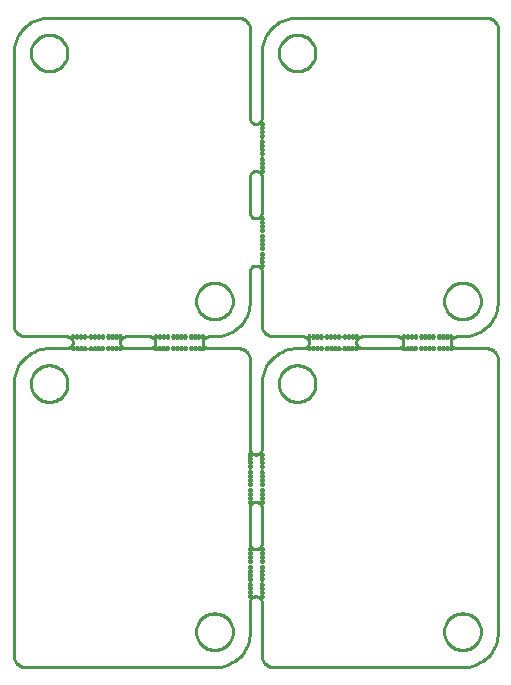
<source format=gbr>
G04 EAGLE Gerber RS-274X export*
G75*
%MOMM*%
%FSLAX34Y34*%
%LPD*%
%IN*%
%IPPOS*%
%AMOC8*
5,1,8,0,0,1.08239X$1,22.5*%
G01*
%ADD10C,0.254000*%


D10*
X0Y10000D02*
X38Y9128D01*
X152Y8264D01*
X341Y7412D01*
X603Y6580D01*
X937Y5774D01*
X1340Y5000D01*
X1808Y4264D01*
X2340Y3572D01*
X2929Y2929D01*
X3572Y2340D01*
X4264Y1808D01*
X5000Y1340D01*
X5774Y937D01*
X6580Y603D01*
X7412Y341D01*
X8264Y152D01*
X9128Y38D01*
X10000Y0D01*
X170000Y0D01*
X172615Y114D01*
X175209Y456D01*
X177765Y1022D01*
X180261Y1809D01*
X182679Y2811D01*
X185000Y4019D01*
X187207Y5425D01*
X189284Y7019D01*
X191213Y8787D01*
X192981Y10716D01*
X194575Y12793D01*
X195981Y15000D01*
X197189Y17321D01*
X198191Y19739D01*
X198978Y22235D01*
X199544Y24791D01*
X199886Y27385D01*
X200000Y30000D01*
X200000Y55000D01*
X200019Y55436D01*
X200076Y55868D01*
X200170Y56294D01*
X200302Y56710D01*
X200468Y57113D01*
X200670Y57500D01*
X200904Y57868D01*
X201170Y58214D01*
X201464Y58536D01*
X201786Y58830D01*
X202132Y59096D01*
X202500Y59330D01*
X202887Y59532D01*
X203290Y59698D01*
X203706Y59830D01*
X204132Y59924D01*
X204564Y59981D01*
X205000Y60000D01*
X205436Y59981D01*
X205868Y59924D01*
X206294Y59830D01*
X206710Y59698D01*
X207113Y59532D01*
X207500Y59330D01*
X207868Y59096D01*
X208214Y58830D01*
X208536Y58536D01*
X208830Y58214D01*
X209096Y57868D01*
X209330Y57500D01*
X209532Y57113D01*
X209698Y56710D01*
X209830Y56294D01*
X209924Y55868D01*
X209981Y55436D01*
X210000Y55000D01*
X210000Y10000D01*
X210038Y9128D01*
X210152Y8264D01*
X210341Y7412D01*
X210603Y6580D01*
X210937Y5774D01*
X211340Y5000D01*
X211808Y4264D01*
X212340Y3572D01*
X212929Y2929D01*
X213572Y2340D01*
X214264Y1808D01*
X215000Y1340D01*
X215774Y937D01*
X216580Y603D01*
X217412Y341D01*
X218264Y152D01*
X219128Y38D01*
X220000Y0D01*
X380000Y0D01*
X382615Y114D01*
X385209Y456D01*
X387765Y1022D01*
X390261Y1809D01*
X392679Y2811D01*
X395000Y4019D01*
X397207Y5425D01*
X399284Y7019D01*
X401213Y8787D01*
X402981Y10716D01*
X404575Y12793D01*
X405981Y15000D01*
X407189Y17321D01*
X408191Y19739D01*
X408978Y22235D01*
X409544Y24791D01*
X409886Y27385D01*
X410000Y30000D01*
X410000Y260000D01*
X409962Y260872D01*
X409848Y261736D01*
X409659Y262588D01*
X409397Y263420D01*
X409063Y264226D01*
X408660Y265000D01*
X408192Y265736D01*
X407660Y266428D01*
X407071Y267071D01*
X406428Y267660D01*
X405736Y268192D01*
X405000Y268660D01*
X404226Y269063D01*
X403420Y269397D01*
X402588Y269659D01*
X401736Y269848D01*
X400872Y269962D01*
X400000Y270000D01*
X375000Y270000D01*
X374564Y270019D01*
X374132Y270076D01*
X373706Y270170D01*
X373290Y270302D01*
X372887Y270468D01*
X372500Y270670D01*
X372132Y270904D01*
X371786Y271170D01*
X371464Y271464D01*
X371170Y271786D01*
X370904Y272132D01*
X370670Y272500D01*
X370468Y272887D01*
X370302Y273290D01*
X370170Y273706D01*
X370076Y274132D01*
X370019Y274564D01*
X370000Y275000D01*
X370019Y275436D01*
X370076Y275868D01*
X370170Y276294D01*
X370302Y276710D01*
X370468Y277113D01*
X370670Y277500D01*
X370904Y277868D01*
X371170Y278214D01*
X371464Y278536D01*
X371786Y278830D01*
X372132Y279096D01*
X372500Y279330D01*
X372887Y279532D01*
X373290Y279698D01*
X373706Y279830D01*
X374132Y279924D01*
X374564Y279981D01*
X375000Y280000D01*
X380000Y280000D01*
X382615Y280114D01*
X385209Y280456D01*
X387765Y281022D01*
X390261Y281809D01*
X392679Y282811D01*
X395000Y284019D01*
X397207Y285425D01*
X399284Y287019D01*
X401213Y288787D01*
X402981Y290716D01*
X404575Y292793D01*
X405981Y295000D01*
X407189Y297321D01*
X408191Y299739D01*
X408978Y302235D01*
X409544Y304791D01*
X409886Y307385D01*
X410000Y310000D01*
X410000Y540000D01*
X409962Y540872D01*
X409848Y541736D01*
X409659Y542588D01*
X409397Y543420D01*
X409063Y544226D01*
X408660Y545000D01*
X408192Y545736D01*
X407660Y546428D01*
X407071Y547071D01*
X406428Y547660D01*
X405736Y548192D01*
X405000Y548660D01*
X404226Y549063D01*
X403420Y549397D01*
X402588Y549659D01*
X401736Y549848D01*
X400872Y549962D01*
X400000Y550000D01*
X240000Y550000D01*
X237385Y549886D01*
X234791Y549544D01*
X232235Y548978D01*
X229739Y548191D01*
X227321Y547189D01*
X225000Y545981D01*
X222793Y544575D01*
X220716Y542981D01*
X218787Y541213D01*
X217019Y539284D01*
X215425Y537207D01*
X214019Y535000D01*
X212811Y532679D01*
X211809Y530261D01*
X211022Y527765D01*
X210456Y525209D01*
X210114Y522615D01*
X210000Y520000D01*
X210000Y465000D01*
X209981Y464564D01*
X209924Y464132D01*
X209830Y463706D01*
X209698Y463290D01*
X209532Y462887D01*
X209330Y462500D01*
X209096Y462132D01*
X208830Y461786D01*
X208536Y461464D01*
X208214Y461170D01*
X207868Y460904D01*
X207500Y460670D01*
X207113Y460468D01*
X206710Y460302D01*
X206294Y460170D01*
X205868Y460076D01*
X205436Y460019D01*
X205000Y460000D01*
X204564Y460019D01*
X204132Y460076D01*
X203706Y460170D01*
X203290Y460302D01*
X202887Y460468D01*
X202500Y460670D01*
X202132Y460904D01*
X201786Y461170D01*
X201464Y461464D01*
X201170Y461786D01*
X200904Y462132D01*
X200670Y462500D01*
X200468Y462887D01*
X200302Y463290D01*
X200170Y463706D01*
X200076Y464132D01*
X200019Y464564D01*
X200000Y465000D01*
X200000Y540000D01*
X199962Y540872D01*
X199848Y541736D01*
X199659Y542588D01*
X199397Y543420D01*
X199063Y544226D01*
X198660Y545000D01*
X198192Y545736D01*
X197660Y546428D01*
X197071Y547071D01*
X196428Y547660D01*
X195736Y548192D01*
X195000Y548660D01*
X194226Y549063D01*
X193420Y549397D01*
X192588Y549659D01*
X191736Y549848D01*
X190872Y549962D01*
X190000Y550000D01*
X30000Y550000D01*
X27385Y549886D01*
X24791Y549544D01*
X22235Y548978D01*
X19739Y548191D01*
X17321Y547189D01*
X15000Y545981D01*
X12793Y544575D01*
X10716Y542981D01*
X8787Y541213D01*
X7019Y539284D01*
X5425Y537207D01*
X4019Y535000D01*
X2811Y532679D01*
X1809Y530261D01*
X1022Y527765D01*
X456Y525209D01*
X114Y522615D01*
X0Y520000D01*
X0Y290000D01*
X38Y289128D01*
X152Y288264D01*
X341Y287412D01*
X603Y286580D01*
X937Y285774D01*
X1340Y285000D01*
X1808Y284264D01*
X2340Y283572D01*
X2929Y282929D01*
X3572Y282340D01*
X4264Y281808D01*
X5000Y281340D01*
X5774Y280937D01*
X6580Y280603D01*
X7412Y280341D01*
X8264Y280152D01*
X9128Y280038D01*
X10000Y280000D01*
X45000Y280000D01*
X45436Y279981D01*
X45868Y279924D01*
X46294Y279830D01*
X46710Y279698D01*
X47113Y279532D01*
X47500Y279330D01*
X47868Y279096D01*
X48214Y278830D01*
X48536Y278536D01*
X48830Y278214D01*
X49096Y277868D01*
X49330Y277500D01*
X49532Y277113D01*
X49698Y276710D01*
X49830Y276294D01*
X49924Y275868D01*
X49981Y275436D01*
X50000Y275000D01*
X49981Y274564D01*
X49924Y274132D01*
X49830Y273706D01*
X49698Y273290D01*
X49532Y272887D01*
X49330Y272500D01*
X49096Y272132D01*
X48830Y271786D01*
X48536Y271464D01*
X48214Y271170D01*
X47868Y270904D01*
X47500Y270670D01*
X47113Y270468D01*
X46710Y270302D01*
X46294Y270170D01*
X45868Y270076D01*
X45436Y270019D01*
X45000Y270000D01*
X30000Y270000D01*
X27385Y269886D01*
X24791Y269544D01*
X22235Y268978D01*
X19739Y268191D01*
X17321Y267189D01*
X15000Y265981D01*
X12793Y264575D01*
X10716Y262981D01*
X8787Y261213D01*
X7019Y259284D01*
X5425Y257207D01*
X4019Y255000D01*
X2811Y252679D01*
X1809Y250261D01*
X1022Y247765D01*
X456Y245209D01*
X114Y242615D01*
X0Y240000D01*
X0Y10000D01*
X160000Y275000D02*
X160019Y274564D01*
X160076Y274132D01*
X160170Y273706D01*
X160302Y273290D01*
X160468Y272887D01*
X160670Y272500D01*
X160904Y272132D01*
X161170Y271786D01*
X161464Y271464D01*
X161786Y271170D01*
X162132Y270904D01*
X162500Y270670D01*
X162887Y270468D01*
X163290Y270302D01*
X163706Y270170D01*
X164132Y270076D01*
X164564Y270019D01*
X165000Y270000D01*
X190000Y270000D01*
X190872Y269962D01*
X191736Y269848D01*
X192588Y269659D01*
X193420Y269397D01*
X194226Y269063D01*
X195000Y268660D01*
X195736Y268192D01*
X196428Y267660D01*
X197071Y267071D01*
X197660Y266428D01*
X198192Y265736D01*
X198660Y265000D01*
X199063Y264226D01*
X199397Y263420D01*
X199659Y262588D01*
X199848Y261736D01*
X199962Y260872D01*
X200000Y260000D01*
X200000Y185000D01*
X200019Y184564D01*
X200076Y184132D01*
X200170Y183706D01*
X200302Y183290D01*
X200468Y182887D01*
X200670Y182500D01*
X200904Y182132D01*
X201170Y181786D01*
X201464Y181464D01*
X201786Y181170D01*
X202132Y180904D01*
X202500Y180670D01*
X202887Y180468D01*
X203290Y180302D01*
X203706Y180170D01*
X204132Y180076D01*
X204564Y180019D01*
X205000Y180000D01*
X205436Y180019D01*
X205868Y180076D01*
X206294Y180170D01*
X206710Y180302D01*
X207113Y180468D01*
X207500Y180670D01*
X207868Y180904D01*
X208214Y181170D01*
X208536Y181464D01*
X208830Y181786D01*
X209096Y182132D01*
X209330Y182500D01*
X209532Y182887D01*
X209698Y183290D01*
X209830Y183706D01*
X209924Y184132D01*
X209981Y184564D01*
X210000Y185000D01*
X210000Y240000D01*
X210114Y242615D01*
X210456Y245209D01*
X211022Y247765D01*
X211809Y250261D01*
X212811Y252679D01*
X214019Y255000D01*
X215425Y257207D01*
X217019Y259284D01*
X218787Y261213D01*
X220716Y262981D01*
X222793Y264575D01*
X225000Y265981D01*
X227321Y267189D01*
X229739Y268191D01*
X232235Y268978D01*
X234791Y269544D01*
X237385Y269886D01*
X240000Y270000D01*
X245000Y270000D01*
X245436Y270019D01*
X245868Y270076D01*
X246294Y270170D01*
X246710Y270302D01*
X247113Y270468D01*
X247500Y270670D01*
X247868Y270904D01*
X248214Y271170D01*
X248536Y271464D01*
X248830Y271786D01*
X249096Y272132D01*
X249330Y272500D01*
X249532Y272887D01*
X249698Y273290D01*
X249830Y273706D01*
X249924Y274132D01*
X249981Y274564D01*
X250000Y275000D01*
X249981Y275436D01*
X249924Y275868D01*
X249830Y276294D01*
X249698Y276710D01*
X249532Y277113D01*
X249330Y277500D01*
X249096Y277868D01*
X248830Y278214D01*
X248536Y278536D01*
X248214Y278830D01*
X247868Y279096D01*
X247500Y279330D01*
X247113Y279532D01*
X246710Y279698D01*
X246294Y279830D01*
X245868Y279924D01*
X245436Y279981D01*
X245000Y280000D01*
X220000Y280000D01*
X219128Y280038D01*
X218264Y280152D01*
X217412Y280341D01*
X216580Y280603D01*
X215774Y280937D01*
X215000Y281340D01*
X214264Y281808D01*
X213572Y282340D01*
X212929Y282929D01*
X212340Y283572D01*
X211808Y284264D01*
X211340Y285000D01*
X210937Y285774D01*
X210603Y286580D01*
X210341Y287412D01*
X210152Y288264D01*
X210038Y289128D01*
X210000Y290000D01*
X210000Y335000D01*
X209981Y335436D01*
X209924Y335868D01*
X209830Y336294D01*
X209698Y336710D01*
X209532Y337113D01*
X209330Y337500D01*
X209096Y337868D01*
X208830Y338214D01*
X208536Y338536D01*
X208214Y338830D01*
X207868Y339096D01*
X207500Y339330D01*
X207113Y339532D01*
X206710Y339698D01*
X206294Y339830D01*
X205868Y339924D01*
X205436Y339981D01*
X205000Y340000D01*
X204564Y339981D01*
X204132Y339924D01*
X203706Y339830D01*
X203290Y339698D01*
X202887Y339532D01*
X202500Y339330D01*
X202132Y339096D01*
X201786Y338830D01*
X201464Y338536D01*
X201170Y338214D01*
X200904Y337868D01*
X200670Y337500D01*
X200468Y337113D01*
X200302Y336710D01*
X200170Y336294D01*
X200076Y335868D01*
X200019Y335436D01*
X200000Y335000D01*
X200000Y310000D01*
X199886Y307385D01*
X199544Y304791D01*
X198978Y302235D01*
X198191Y299739D01*
X197189Y297321D01*
X195981Y295000D01*
X194575Y292793D01*
X192981Y290716D01*
X191213Y288787D01*
X189284Y287019D01*
X187207Y285425D01*
X185000Y284019D01*
X182679Y282811D01*
X180261Y281809D01*
X177765Y281022D01*
X175209Y280456D01*
X172615Y280114D01*
X170000Y280000D01*
X165000Y280000D01*
X164564Y279981D01*
X164132Y279924D01*
X163706Y279830D01*
X163290Y279698D01*
X162887Y279532D01*
X162500Y279330D01*
X162132Y279096D01*
X161786Y278830D01*
X161464Y278536D01*
X161170Y278214D01*
X160904Y277868D01*
X160670Y277500D01*
X160468Y277113D01*
X160302Y276710D01*
X160170Y276294D01*
X160076Y275868D01*
X160019Y275436D01*
X160000Y275000D01*
X160000Y275000D02*
X160019Y274564D01*
X160076Y274132D01*
X160170Y273706D01*
X160302Y273290D01*
X160468Y272887D01*
X160670Y272500D01*
X160904Y272132D01*
X161170Y271786D01*
X161464Y271464D01*
X161786Y271170D01*
X162132Y270904D01*
X162500Y270670D01*
X162887Y270468D01*
X163290Y270302D01*
X163706Y270170D01*
X164132Y270076D01*
X164564Y270019D01*
X165000Y270000D01*
X190000Y270000D01*
X190872Y269962D01*
X191736Y269848D01*
X192588Y269659D01*
X193420Y269397D01*
X194226Y269063D01*
X195000Y268660D01*
X195736Y268192D01*
X196428Y267660D01*
X197071Y267071D01*
X197660Y266428D01*
X198192Y265736D01*
X198660Y265000D01*
X199063Y264226D01*
X199397Y263420D01*
X199659Y262588D01*
X199848Y261736D01*
X199962Y260872D01*
X200000Y260000D01*
X200000Y185000D01*
X200019Y184564D01*
X200076Y184132D01*
X200170Y183706D01*
X200302Y183290D01*
X200468Y182887D01*
X200670Y182500D01*
X200904Y182132D01*
X201170Y181786D01*
X201464Y181464D01*
X201786Y181170D01*
X202132Y180904D01*
X202500Y180670D01*
X202887Y180468D01*
X203290Y180302D01*
X203706Y180170D01*
X204132Y180076D01*
X204564Y180019D01*
X205000Y180000D01*
X205436Y180019D01*
X205868Y180076D01*
X206294Y180170D01*
X206710Y180302D01*
X207113Y180468D01*
X207500Y180670D01*
X207868Y180904D01*
X208214Y181170D01*
X208536Y181464D01*
X208830Y181786D01*
X209096Y182132D01*
X209330Y182500D01*
X209532Y182887D01*
X209698Y183290D01*
X209830Y183706D01*
X209924Y184132D01*
X209981Y184564D01*
X210000Y185000D01*
X210000Y240000D01*
X210114Y242615D01*
X210456Y245209D01*
X211022Y247765D01*
X211809Y250261D01*
X212811Y252679D01*
X214019Y255000D01*
X215425Y257207D01*
X217019Y259284D01*
X218787Y261213D01*
X220716Y262981D01*
X222793Y264575D01*
X225000Y265981D01*
X227321Y267189D01*
X229739Y268191D01*
X232235Y268978D01*
X234791Y269544D01*
X237385Y269886D01*
X240000Y270000D01*
X245000Y270000D01*
X245436Y270019D01*
X245868Y270076D01*
X246294Y270170D01*
X246710Y270302D01*
X247113Y270468D01*
X247500Y270670D01*
X247868Y270904D01*
X248214Y271170D01*
X248536Y271464D01*
X248830Y271786D01*
X249096Y272132D01*
X249330Y272500D01*
X249532Y272887D01*
X249698Y273290D01*
X249830Y273706D01*
X249924Y274132D01*
X249981Y274564D01*
X250000Y275000D01*
X249981Y275436D01*
X249924Y275868D01*
X249830Y276294D01*
X249698Y276710D01*
X249532Y277113D01*
X249330Y277500D01*
X249096Y277868D01*
X248830Y278214D01*
X248536Y278536D01*
X248214Y278830D01*
X247868Y279096D01*
X247500Y279330D01*
X247113Y279532D01*
X246710Y279698D01*
X246294Y279830D01*
X245868Y279924D01*
X245436Y279981D01*
X245000Y280000D01*
X220000Y280000D01*
X219128Y280038D01*
X218264Y280152D01*
X217412Y280341D01*
X216580Y280603D01*
X215774Y280937D01*
X215000Y281340D01*
X214264Y281808D01*
X213572Y282340D01*
X212929Y282929D01*
X212340Y283572D01*
X211808Y284264D01*
X211340Y285000D01*
X210937Y285774D01*
X210603Y286580D01*
X210341Y287412D01*
X210152Y288264D01*
X210038Y289128D01*
X210000Y290000D01*
X210000Y335000D01*
X209981Y335436D01*
X209924Y335868D01*
X209830Y336294D01*
X209698Y336710D01*
X209532Y337113D01*
X209330Y337500D01*
X209096Y337868D01*
X208830Y338214D01*
X208536Y338536D01*
X208214Y338830D01*
X207868Y339096D01*
X207500Y339330D01*
X207113Y339532D01*
X206710Y339698D01*
X206294Y339830D01*
X205868Y339924D01*
X205436Y339981D01*
X205000Y340000D01*
X204564Y339981D01*
X204132Y339924D01*
X203706Y339830D01*
X203290Y339698D01*
X202887Y339532D01*
X202500Y339330D01*
X202132Y339096D01*
X201786Y338830D01*
X201464Y338536D01*
X201170Y338214D01*
X200904Y337868D01*
X200670Y337500D01*
X200468Y337113D01*
X200302Y336710D01*
X200170Y336294D01*
X200076Y335868D01*
X200019Y335436D01*
X200000Y335000D01*
X200000Y310000D01*
X199886Y307385D01*
X199544Y304791D01*
X198978Y302235D01*
X198191Y299739D01*
X197189Y297321D01*
X195981Y295000D01*
X194575Y292793D01*
X192981Y290716D01*
X191213Y288787D01*
X189284Y287019D01*
X187207Y285425D01*
X185000Y284019D01*
X182679Y282811D01*
X180261Y281809D01*
X177765Y281022D01*
X175209Y280456D01*
X172615Y280114D01*
X170000Y280000D01*
X165000Y280000D01*
X164564Y279981D01*
X164132Y279924D01*
X163706Y279830D01*
X163290Y279698D01*
X162887Y279532D01*
X162500Y279330D01*
X162132Y279096D01*
X161786Y278830D01*
X161464Y278536D01*
X161170Y278214D01*
X160904Y277868D01*
X160670Y277500D01*
X160468Y277113D01*
X160302Y276710D01*
X160170Y276294D01*
X160076Y275868D01*
X160019Y275436D01*
X160000Y275000D01*
X160000Y275000D02*
X160019Y274564D01*
X160076Y274132D01*
X160170Y273706D01*
X160302Y273290D01*
X160468Y272887D01*
X160670Y272500D01*
X160904Y272132D01*
X161170Y271786D01*
X161464Y271464D01*
X161786Y271170D01*
X162132Y270904D01*
X162500Y270670D01*
X162887Y270468D01*
X163290Y270302D01*
X163706Y270170D01*
X164132Y270076D01*
X164564Y270019D01*
X165000Y270000D01*
X190000Y270000D01*
X190872Y269962D01*
X191736Y269848D01*
X192588Y269659D01*
X193420Y269397D01*
X194226Y269063D01*
X195000Y268660D01*
X195736Y268192D01*
X196428Y267660D01*
X197071Y267071D01*
X197660Y266428D01*
X198192Y265736D01*
X198660Y265000D01*
X199063Y264226D01*
X199397Y263420D01*
X199659Y262588D01*
X199848Y261736D01*
X199962Y260872D01*
X200000Y260000D01*
X200000Y185000D01*
X200019Y184564D01*
X200076Y184132D01*
X200170Y183706D01*
X200302Y183290D01*
X200468Y182887D01*
X200670Y182500D01*
X200904Y182132D01*
X201170Y181786D01*
X201464Y181464D01*
X201786Y181170D01*
X202132Y180904D01*
X202500Y180670D01*
X202887Y180468D01*
X203290Y180302D01*
X203706Y180170D01*
X204132Y180076D01*
X204564Y180019D01*
X205000Y180000D01*
X205436Y180019D01*
X205868Y180076D01*
X206294Y180170D01*
X206710Y180302D01*
X207113Y180468D01*
X207500Y180670D01*
X207868Y180904D01*
X208214Y181170D01*
X208536Y181464D01*
X208830Y181786D01*
X209096Y182132D01*
X209330Y182500D01*
X209532Y182887D01*
X209698Y183290D01*
X209830Y183706D01*
X209924Y184132D01*
X209981Y184564D01*
X210000Y185000D01*
X210000Y240000D01*
X210114Y242615D01*
X210456Y245209D01*
X211022Y247765D01*
X211809Y250261D01*
X212811Y252679D01*
X214019Y255000D01*
X215425Y257207D01*
X217019Y259284D01*
X218787Y261213D01*
X220716Y262981D01*
X222793Y264575D01*
X225000Y265981D01*
X227321Y267189D01*
X229739Y268191D01*
X232235Y268978D01*
X234791Y269544D01*
X237385Y269886D01*
X240000Y270000D01*
X245000Y270000D01*
X245436Y270019D01*
X245868Y270076D01*
X246294Y270170D01*
X246710Y270302D01*
X247113Y270468D01*
X247500Y270670D01*
X247868Y270904D01*
X248214Y271170D01*
X248536Y271464D01*
X248830Y271786D01*
X249096Y272132D01*
X249330Y272500D01*
X249532Y272887D01*
X249698Y273290D01*
X249830Y273706D01*
X249924Y274132D01*
X249981Y274564D01*
X250000Y275000D01*
X249981Y275436D01*
X249924Y275868D01*
X249830Y276294D01*
X249698Y276710D01*
X249532Y277113D01*
X249330Y277500D01*
X249096Y277868D01*
X248830Y278214D01*
X248536Y278536D01*
X248214Y278830D01*
X247868Y279096D01*
X247500Y279330D01*
X247113Y279532D01*
X246710Y279698D01*
X246294Y279830D01*
X245868Y279924D01*
X245436Y279981D01*
X245000Y280000D01*
X220000Y280000D01*
X219128Y280038D01*
X218264Y280152D01*
X217412Y280341D01*
X216580Y280603D01*
X215774Y280937D01*
X215000Y281340D01*
X214264Y281808D01*
X213572Y282340D01*
X212929Y282929D01*
X212340Y283572D01*
X211808Y284264D01*
X211340Y285000D01*
X210937Y285774D01*
X210603Y286580D01*
X210341Y287412D01*
X210152Y288264D01*
X210038Y289128D01*
X210000Y290000D01*
X210000Y335000D01*
X209981Y335436D01*
X209924Y335868D01*
X209830Y336294D01*
X209698Y336710D01*
X209532Y337113D01*
X209330Y337500D01*
X209096Y337868D01*
X208830Y338214D01*
X208536Y338536D01*
X208214Y338830D01*
X207868Y339096D01*
X207500Y339330D01*
X207113Y339532D01*
X206710Y339698D01*
X206294Y339830D01*
X205868Y339924D01*
X205436Y339981D01*
X205000Y340000D01*
X204564Y339981D01*
X204132Y339924D01*
X203706Y339830D01*
X203290Y339698D01*
X202887Y339532D01*
X202500Y339330D01*
X202132Y339096D01*
X201786Y338830D01*
X201464Y338536D01*
X201170Y338214D01*
X200904Y337868D01*
X200670Y337500D01*
X200468Y337113D01*
X200302Y336710D01*
X200170Y336294D01*
X200076Y335868D01*
X200019Y335436D01*
X200000Y335000D01*
X200000Y310000D01*
X199886Y307385D01*
X199544Y304791D01*
X198978Y302235D01*
X198191Y299739D01*
X197189Y297321D01*
X195981Y295000D01*
X194575Y292793D01*
X192981Y290716D01*
X191213Y288787D01*
X189284Y287019D01*
X187207Y285425D01*
X185000Y284019D01*
X182679Y282811D01*
X180261Y281809D01*
X177765Y281022D01*
X175209Y280456D01*
X172615Y280114D01*
X170000Y280000D01*
X165000Y280000D01*
X164564Y279981D01*
X164132Y279924D01*
X163706Y279830D01*
X163290Y279698D01*
X162887Y279532D01*
X162500Y279330D01*
X162132Y279096D01*
X161786Y278830D01*
X161464Y278536D01*
X161170Y278214D01*
X160904Y277868D01*
X160670Y277500D01*
X160468Y277113D01*
X160302Y276710D01*
X160170Y276294D01*
X160076Y275868D01*
X160019Y275436D01*
X160000Y275000D01*
X160000Y275000D02*
X160019Y274564D01*
X160076Y274132D01*
X160170Y273706D01*
X160302Y273290D01*
X160468Y272887D01*
X160670Y272500D01*
X160904Y272132D01*
X161170Y271786D01*
X161464Y271464D01*
X161786Y271170D01*
X162132Y270904D01*
X162500Y270670D01*
X162887Y270468D01*
X163290Y270302D01*
X163706Y270170D01*
X164132Y270076D01*
X164564Y270019D01*
X165000Y270000D01*
X190000Y270000D01*
X190872Y269962D01*
X191736Y269848D01*
X192588Y269659D01*
X193420Y269397D01*
X194226Y269063D01*
X195000Y268660D01*
X195736Y268192D01*
X196428Y267660D01*
X197071Y267071D01*
X197660Y266428D01*
X198192Y265736D01*
X198660Y265000D01*
X199063Y264226D01*
X199397Y263420D01*
X199659Y262588D01*
X199848Y261736D01*
X199962Y260872D01*
X200000Y260000D01*
X200000Y185000D01*
X200019Y184564D01*
X200076Y184132D01*
X200170Y183706D01*
X200302Y183290D01*
X200468Y182887D01*
X200670Y182500D01*
X200904Y182132D01*
X201170Y181786D01*
X201464Y181464D01*
X201786Y181170D01*
X202132Y180904D01*
X202500Y180670D01*
X202887Y180468D01*
X203290Y180302D01*
X203706Y180170D01*
X204132Y180076D01*
X204564Y180019D01*
X205000Y180000D01*
X205436Y180019D01*
X205868Y180076D01*
X206294Y180170D01*
X206710Y180302D01*
X207113Y180468D01*
X207500Y180670D01*
X207868Y180904D01*
X208214Y181170D01*
X208536Y181464D01*
X208830Y181786D01*
X209096Y182132D01*
X209330Y182500D01*
X209532Y182887D01*
X209698Y183290D01*
X209830Y183706D01*
X209924Y184132D01*
X209981Y184564D01*
X210000Y185000D01*
X210000Y240000D01*
X210114Y242615D01*
X210456Y245209D01*
X211022Y247765D01*
X211809Y250261D01*
X212811Y252679D01*
X214019Y255000D01*
X215425Y257207D01*
X217019Y259284D01*
X218787Y261213D01*
X220716Y262981D01*
X222793Y264575D01*
X225000Y265981D01*
X227321Y267189D01*
X229739Y268191D01*
X232235Y268978D01*
X234791Y269544D01*
X237385Y269886D01*
X240000Y270000D01*
X245000Y270000D01*
X245436Y270019D01*
X245868Y270076D01*
X246294Y270170D01*
X246710Y270302D01*
X247113Y270468D01*
X247500Y270670D01*
X247868Y270904D01*
X248214Y271170D01*
X248536Y271464D01*
X248830Y271786D01*
X249096Y272132D01*
X249330Y272500D01*
X249532Y272887D01*
X249698Y273290D01*
X249830Y273706D01*
X249924Y274132D01*
X249981Y274564D01*
X250000Y275000D01*
X249981Y275436D01*
X249924Y275868D01*
X249830Y276294D01*
X249698Y276710D01*
X249532Y277113D01*
X249330Y277500D01*
X249096Y277868D01*
X248830Y278214D01*
X248536Y278536D01*
X248214Y278830D01*
X247868Y279096D01*
X247500Y279330D01*
X247113Y279532D01*
X246710Y279698D01*
X246294Y279830D01*
X245868Y279924D01*
X245436Y279981D01*
X245000Y280000D01*
X220000Y280000D01*
X219128Y280038D01*
X218264Y280152D01*
X217412Y280341D01*
X216580Y280603D01*
X215774Y280937D01*
X215000Y281340D01*
X214264Y281808D01*
X213572Y282340D01*
X212929Y282929D01*
X212340Y283572D01*
X211808Y284264D01*
X211340Y285000D01*
X210937Y285774D01*
X210603Y286580D01*
X210341Y287412D01*
X210152Y288264D01*
X210038Y289128D01*
X210000Y290000D01*
X210000Y335000D01*
X209981Y335436D01*
X209924Y335868D01*
X209830Y336294D01*
X209698Y336710D01*
X209532Y337113D01*
X209330Y337500D01*
X209096Y337868D01*
X208830Y338214D01*
X208536Y338536D01*
X208214Y338830D01*
X207868Y339096D01*
X207500Y339330D01*
X207113Y339532D01*
X206710Y339698D01*
X206294Y339830D01*
X205868Y339924D01*
X205436Y339981D01*
X205000Y340000D01*
X204564Y339981D01*
X204132Y339924D01*
X203706Y339830D01*
X203290Y339698D01*
X202887Y339532D01*
X202500Y339330D01*
X202132Y339096D01*
X201786Y338830D01*
X201464Y338536D01*
X201170Y338214D01*
X200904Y337868D01*
X200670Y337500D01*
X200468Y337113D01*
X200302Y336710D01*
X200170Y336294D01*
X200076Y335868D01*
X200019Y335436D01*
X200000Y335000D01*
X200000Y310000D01*
X199886Y307385D01*
X199544Y304791D01*
X198978Y302235D01*
X198191Y299739D01*
X197189Y297321D01*
X195981Y295000D01*
X194575Y292793D01*
X192981Y290716D01*
X191213Y288787D01*
X189284Y287019D01*
X187207Y285425D01*
X185000Y284019D01*
X182679Y282811D01*
X180261Y281809D01*
X177765Y281022D01*
X175209Y280456D01*
X172615Y280114D01*
X170000Y280000D01*
X165000Y280000D01*
X164564Y279981D01*
X164132Y279924D01*
X163706Y279830D01*
X163290Y279698D01*
X162887Y279532D01*
X162500Y279330D01*
X162132Y279096D01*
X161786Y278830D01*
X161464Y278536D01*
X161170Y278214D01*
X160904Y277868D01*
X160670Y277500D01*
X160468Y277113D01*
X160302Y276710D01*
X160170Y276294D01*
X160076Y275868D01*
X160019Y275436D01*
X160000Y275000D01*
X200000Y385000D02*
X200019Y384564D01*
X200076Y384132D01*
X200170Y383706D01*
X200302Y383290D01*
X200468Y382887D01*
X200670Y382500D01*
X200904Y382132D01*
X201170Y381786D01*
X201464Y381464D01*
X201786Y381170D01*
X202132Y380904D01*
X202500Y380670D01*
X202887Y380468D01*
X203290Y380302D01*
X203706Y380170D01*
X204132Y380076D01*
X204564Y380019D01*
X205000Y380000D01*
X205436Y380019D01*
X205868Y380076D01*
X206294Y380170D01*
X206710Y380302D01*
X207113Y380468D01*
X207500Y380670D01*
X207868Y380904D01*
X208214Y381170D01*
X208536Y381464D01*
X208830Y381786D01*
X209096Y382132D01*
X209330Y382500D01*
X209532Y382887D01*
X209698Y383290D01*
X209830Y383706D01*
X209924Y384132D01*
X209981Y384564D01*
X210000Y385000D01*
X210000Y415000D01*
X209981Y415436D01*
X209924Y415868D01*
X209830Y416294D01*
X209698Y416710D01*
X209532Y417113D01*
X209330Y417500D01*
X209096Y417868D01*
X208830Y418214D01*
X208536Y418536D01*
X208214Y418830D01*
X207868Y419096D01*
X207500Y419330D01*
X207113Y419532D01*
X206710Y419698D01*
X206294Y419830D01*
X205868Y419924D01*
X205436Y419981D01*
X205000Y420000D01*
X204564Y419981D01*
X204132Y419924D01*
X203706Y419830D01*
X203290Y419698D01*
X202887Y419532D01*
X202500Y419330D01*
X202132Y419096D01*
X201786Y418830D01*
X201464Y418536D01*
X201170Y418214D01*
X200904Y417868D01*
X200670Y417500D01*
X200468Y417113D01*
X200302Y416710D01*
X200170Y416294D01*
X200076Y415868D01*
X200019Y415436D01*
X200000Y415000D01*
X200000Y385000D01*
X200000Y105000D02*
X200019Y104564D01*
X200076Y104132D01*
X200170Y103706D01*
X200302Y103290D01*
X200468Y102887D01*
X200670Y102500D01*
X200904Y102132D01*
X201170Y101786D01*
X201464Y101464D01*
X201786Y101170D01*
X202132Y100904D01*
X202500Y100670D01*
X202887Y100468D01*
X203290Y100302D01*
X203706Y100170D01*
X204132Y100076D01*
X204564Y100019D01*
X205000Y100000D01*
X205436Y100019D01*
X205868Y100076D01*
X206294Y100170D01*
X206710Y100302D01*
X207113Y100468D01*
X207500Y100670D01*
X207868Y100904D01*
X208214Y101170D01*
X208536Y101464D01*
X208830Y101786D01*
X209096Y102132D01*
X209330Y102500D01*
X209532Y102887D01*
X209698Y103290D01*
X209830Y103706D01*
X209924Y104132D01*
X209981Y104564D01*
X210000Y105000D01*
X210000Y135000D01*
X209981Y135436D01*
X209924Y135868D01*
X209830Y136294D01*
X209698Y136710D01*
X209532Y137113D01*
X209330Y137500D01*
X209096Y137868D01*
X208830Y138214D01*
X208536Y138536D01*
X208214Y138830D01*
X207868Y139096D01*
X207500Y139330D01*
X207113Y139532D01*
X206710Y139698D01*
X206294Y139830D01*
X205868Y139924D01*
X205436Y139981D01*
X205000Y140000D01*
X204564Y139981D01*
X204132Y139924D01*
X203706Y139830D01*
X203290Y139698D01*
X202887Y139532D01*
X202500Y139330D01*
X202132Y139096D01*
X201786Y138830D01*
X201464Y138536D01*
X201170Y138214D01*
X200904Y137868D01*
X200670Y137500D01*
X200468Y137113D01*
X200302Y136710D01*
X200170Y136294D01*
X200076Y135868D01*
X200019Y135436D01*
X200000Y135000D01*
X200000Y105000D01*
X90000Y275000D02*
X90019Y274564D01*
X90076Y274132D01*
X90170Y273706D01*
X90302Y273290D01*
X90468Y272887D01*
X90670Y272500D01*
X90904Y272132D01*
X91170Y271786D01*
X91464Y271464D01*
X91786Y271170D01*
X92132Y270904D01*
X92500Y270670D01*
X92887Y270468D01*
X93290Y270302D01*
X93706Y270170D01*
X94132Y270076D01*
X94564Y270019D01*
X95000Y270000D01*
X115000Y270000D01*
X115436Y270019D01*
X115868Y270076D01*
X116294Y270170D01*
X116710Y270302D01*
X117113Y270468D01*
X117500Y270670D01*
X117868Y270904D01*
X118214Y271170D01*
X118536Y271464D01*
X118830Y271786D01*
X119096Y272132D01*
X119330Y272500D01*
X119532Y272887D01*
X119698Y273290D01*
X119830Y273706D01*
X119924Y274132D01*
X119981Y274564D01*
X120000Y275000D01*
X119981Y275436D01*
X119924Y275868D01*
X119830Y276294D01*
X119698Y276710D01*
X119532Y277113D01*
X119330Y277500D01*
X119096Y277868D01*
X118830Y278214D01*
X118536Y278536D01*
X118214Y278830D01*
X117868Y279096D01*
X117500Y279330D01*
X117113Y279532D01*
X116710Y279698D01*
X116294Y279830D01*
X115868Y279924D01*
X115436Y279981D01*
X115000Y280000D01*
X95000Y280000D01*
X94564Y279981D01*
X94132Y279924D01*
X93706Y279830D01*
X93290Y279698D01*
X92887Y279532D01*
X92500Y279330D01*
X92132Y279096D01*
X91786Y278830D01*
X91464Y278536D01*
X91170Y278214D01*
X90904Y277868D01*
X90670Y277500D01*
X90468Y277113D01*
X90302Y276710D01*
X90170Y276294D01*
X90076Y275868D01*
X90019Y275436D01*
X90000Y275000D01*
X290000Y275000D02*
X290019Y274564D01*
X290076Y274132D01*
X290170Y273706D01*
X290302Y273290D01*
X290468Y272887D01*
X290670Y272500D01*
X290904Y272132D01*
X291170Y271786D01*
X291464Y271464D01*
X291786Y271170D01*
X292132Y270904D01*
X292500Y270670D01*
X292887Y270468D01*
X293290Y270302D01*
X293706Y270170D01*
X294132Y270076D01*
X294564Y270019D01*
X295000Y270000D01*
X325000Y270000D01*
X325436Y270019D01*
X325868Y270076D01*
X326294Y270170D01*
X326710Y270302D01*
X327113Y270468D01*
X327500Y270670D01*
X327868Y270904D01*
X328214Y271170D01*
X328536Y271464D01*
X328830Y271786D01*
X329096Y272132D01*
X329330Y272500D01*
X329532Y272887D01*
X329698Y273290D01*
X329830Y273706D01*
X329924Y274132D01*
X329981Y274564D01*
X330000Y275000D01*
X329981Y275436D01*
X329924Y275868D01*
X329830Y276294D01*
X329698Y276710D01*
X329532Y277113D01*
X329330Y277500D01*
X329096Y277868D01*
X328830Y278214D01*
X328536Y278536D01*
X328214Y278830D01*
X327868Y279096D01*
X327500Y279330D01*
X327113Y279532D01*
X326710Y279698D01*
X326294Y279830D01*
X325868Y279924D01*
X325436Y279981D01*
X325000Y280000D01*
X295000Y280000D01*
X294564Y279981D01*
X294132Y279924D01*
X293706Y279830D01*
X293290Y279698D01*
X292887Y279532D01*
X292500Y279330D01*
X292132Y279096D01*
X291786Y278830D01*
X291464Y278536D01*
X291170Y278214D01*
X290904Y277868D01*
X290670Y277500D01*
X290468Y277113D01*
X290302Y276710D01*
X290170Y276294D01*
X290076Y275868D01*
X290019Y275436D01*
X290000Y275000D01*
X45500Y239446D02*
X45421Y238342D01*
X45263Y237246D01*
X45028Y236164D01*
X44716Y235102D01*
X44329Y234065D01*
X43869Y233058D01*
X43339Y232086D01*
X42740Y231154D01*
X42077Y230268D01*
X41352Y229431D01*
X40569Y228648D01*
X39732Y227923D01*
X38846Y227260D01*
X37914Y226661D01*
X36943Y226131D01*
X35935Y225671D01*
X34898Y225284D01*
X33836Y224972D01*
X32754Y224737D01*
X31658Y224579D01*
X30554Y224500D01*
X29446Y224500D01*
X28342Y224579D01*
X27246Y224737D01*
X26164Y224972D01*
X25102Y225284D01*
X24065Y225671D01*
X23058Y226131D01*
X22086Y226661D01*
X21154Y227260D01*
X20268Y227923D01*
X19431Y228648D01*
X18648Y229431D01*
X17923Y230268D01*
X17260Y231154D01*
X16661Y232086D01*
X16131Y233058D01*
X15671Y234065D01*
X15284Y235102D01*
X14972Y236164D01*
X14737Y237246D01*
X14579Y238342D01*
X14500Y239446D01*
X14500Y240554D01*
X14579Y241658D01*
X14737Y242754D01*
X14972Y243836D01*
X15284Y244898D01*
X15671Y245935D01*
X16131Y246943D01*
X16661Y247914D01*
X17260Y248846D01*
X17923Y249732D01*
X18648Y250569D01*
X19431Y251352D01*
X20268Y252077D01*
X21154Y252740D01*
X22086Y253339D01*
X23058Y253869D01*
X24065Y254329D01*
X25102Y254716D01*
X26164Y255028D01*
X27246Y255263D01*
X28342Y255421D01*
X29446Y255500D01*
X30554Y255500D01*
X31658Y255421D01*
X32754Y255263D01*
X33836Y255028D01*
X34898Y254716D01*
X35935Y254329D01*
X36943Y253869D01*
X37914Y253339D01*
X38846Y252740D01*
X39732Y252077D01*
X40569Y251352D01*
X41352Y250569D01*
X42077Y249732D01*
X42740Y248846D01*
X43339Y247914D01*
X43869Y246943D01*
X44329Y245935D01*
X44716Y244898D01*
X45028Y243836D01*
X45263Y242754D01*
X45421Y241658D01*
X45500Y240554D01*
X45500Y239446D01*
X185500Y29446D02*
X185421Y28342D01*
X185263Y27246D01*
X185028Y26164D01*
X184716Y25102D01*
X184329Y24065D01*
X183869Y23058D01*
X183339Y22086D01*
X182740Y21154D01*
X182077Y20268D01*
X181352Y19431D01*
X180569Y18648D01*
X179732Y17923D01*
X178846Y17260D01*
X177914Y16661D01*
X176943Y16131D01*
X175935Y15671D01*
X174898Y15284D01*
X173836Y14972D01*
X172754Y14737D01*
X171658Y14579D01*
X170554Y14500D01*
X169446Y14500D01*
X168342Y14579D01*
X167246Y14737D01*
X166164Y14972D01*
X165102Y15284D01*
X164065Y15671D01*
X163058Y16131D01*
X162086Y16661D01*
X161154Y17260D01*
X160268Y17923D01*
X159431Y18648D01*
X158648Y19431D01*
X157923Y20268D01*
X157260Y21154D01*
X156661Y22086D01*
X156131Y23058D01*
X155671Y24065D01*
X155284Y25102D01*
X154972Y26164D01*
X154737Y27246D01*
X154579Y28342D01*
X154500Y29446D01*
X154500Y30554D01*
X154579Y31658D01*
X154737Y32754D01*
X154972Y33836D01*
X155284Y34898D01*
X155671Y35935D01*
X156131Y36943D01*
X156661Y37914D01*
X157260Y38846D01*
X157923Y39732D01*
X158648Y40569D01*
X159431Y41352D01*
X160268Y42077D01*
X161154Y42740D01*
X162086Y43339D01*
X163058Y43869D01*
X164065Y44329D01*
X165102Y44716D01*
X166164Y45028D01*
X167246Y45263D01*
X168342Y45421D01*
X169446Y45500D01*
X170554Y45500D01*
X171658Y45421D01*
X172754Y45263D01*
X173836Y45028D01*
X174898Y44716D01*
X175935Y44329D01*
X176943Y43869D01*
X177914Y43339D01*
X178846Y42740D01*
X179732Y42077D01*
X180569Y41352D01*
X181352Y40569D01*
X182077Y39732D01*
X182740Y38846D01*
X183339Y37914D01*
X183869Y36943D01*
X184329Y35935D01*
X184716Y34898D01*
X185028Y33836D01*
X185263Y32754D01*
X185421Y31658D01*
X185500Y30554D01*
X185500Y29446D01*
X45500Y519446D02*
X45421Y518342D01*
X45263Y517246D01*
X45028Y516164D01*
X44716Y515102D01*
X44329Y514065D01*
X43869Y513058D01*
X43339Y512086D01*
X42740Y511154D01*
X42077Y510268D01*
X41352Y509431D01*
X40569Y508648D01*
X39732Y507923D01*
X38846Y507260D01*
X37914Y506661D01*
X36943Y506131D01*
X35935Y505671D01*
X34898Y505284D01*
X33836Y504972D01*
X32754Y504737D01*
X31658Y504579D01*
X30554Y504500D01*
X29446Y504500D01*
X28342Y504579D01*
X27246Y504737D01*
X26164Y504972D01*
X25102Y505284D01*
X24065Y505671D01*
X23058Y506131D01*
X22086Y506661D01*
X21154Y507260D01*
X20268Y507923D01*
X19431Y508648D01*
X18648Y509431D01*
X17923Y510268D01*
X17260Y511154D01*
X16661Y512086D01*
X16131Y513058D01*
X15671Y514065D01*
X15284Y515102D01*
X14972Y516164D01*
X14737Y517246D01*
X14579Y518342D01*
X14500Y519446D01*
X14500Y520554D01*
X14579Y521658D01*
X14737Y522754D01*
X14972Y523836D01*
X15284Y524898D01*
X15671Y525935D01*
X16131Y526943D01*
X16661Y527914D01*
X17260Y528846D01*
X17923Y529732D01*
X18648Y530569D01*
X19431Y531352D01*
X20268Y532077D01*
X21154Y532740D01*
X22086Y533339D01*
X23058Y533869D01*
X24065Y534329D01*
X25102Y534716D01*
X26164Y535028D01*
X27246Y535263D01*
X28342Y535421D01*
X29446Y535500D01*
X30554Y535500D01*
X31658Y535421D01*
X32754Y535263D01*
X33836Y535028D01*
X34898Y534716D01*
X35935Y534329D01*
X36943Y533869D01*
X37914Y533339D01*
X38846Y532740D01*
X39732Y532077D01*
X40569Y531352D01*
X41352Y530569D01*
X42077Y529732D01*
X42740Y528846D01*
X43339Y527914D01*
X43869Y526943D01*
X44329Y525935D01*
X44716Y524898D01*
X45028Y523836D01*
X45263Y522754D01*
X45421Y521658D01*
X45500Y520554D01*
X45500Y519446D01*
X185500Y309446D02*
X185421Y308342D01*
X185263Y307246D01*
X185028Y306164D01*
X184716Y305102D01*
X184329Y304065D01*
X183869Y303058D01*
X183339Y302086D01*
X182740Y301154D01*
X182077Y300268D01*
X181352Y299431D01*
X180569Y298648D01*
X179732Y297923D01*
X178846Y297260D01*
X177914Y296661D01*
X176943Y296131D01*
X175935Y295671D01*
X174898Y295284D01*
X173836Y294972D01*
X172754Y294737D01*
X171658Y294579D01*
X170554Y294500D01*
X169446Y294500D01*
X168342Y294579D01*
X167246Y294737D01*
X166164Y294972D01*
X165102Y295284D01*
X164065Y295671D01*
X163058Y296131D01*
X162086Y296661D01*
X161154Y297260D01*
X160268Y297923D01*
X159431Y298648D01*
X158648Y299431D01*
X157923Y300268D01*
X157260Y301154D01*
X156661Y302086D01*
X156131Y303058D01*
X155671Y304065D01*
X155284Y305102D01*
X154972Y306164D01*
X154737Y307246D01*
X154579Y308342D01*
X154500Y309446D01*
X154500Y310554D01*
X154579Y311658D01*
X154737Y312754D01*
X154972Y313836D01*
X155284Y314898D01*
X155671Y315935D01*
X156131Y316943D01*
X156661Y317914D01*
X157260Y318846D01*
X157923Y319732D01*
X158648Y320569D01*
X159431Y321352D01*
X160268Y322077D01*
X161154Y322740D01*
X162086Y323339D01*
X163058Y323869D01*
X164065Y324329D01*
X165102Y324716D01*
X166164Y325028D01*
X167246Y325263D01*
X168342Y325421D01*
X169446Y325500D01*
X170554Y325500D01*
X171658Y325421D01*
X172754Y325263D01*
X173836Y325028D01*
X174898Y324716D01*
X175935Y324329D01*
X176943Y323869D01*
X177914Y323339D01*
X178846Y322740D01*
X179732Y322077D01*
X180569Y321352D01*
X181352Y320569D01*
X182077Y319732D01*
X182740Y318846D01*
X183339Y317914D01*
X183869Y316943D01*
X184329Y315935D01*
X184716Y314898D01*
X185028Y313836D01*
X185263Y312754D01*
X185421Y311658D01*
X185500Y310554D01*
X185500Y309446D01*
X255500Y519446D02*
X255421Y518342D01*
X255263Y517246D01*
X255028Y516164D01*
X254716Y515102D01*
X254329Y514065D01*
X253869Y513058D01*
X253339Y512086D01*
X252740Y511154D01*
X252077Y510268D01*
X251352Y509431D01*
X250569Y508648D01*
X249732Y507923D01*
X248846Y507260D01*
X247914Y506661D01*
X246943Y506131D01*
X245935Y505671D01*
X244898Y505284D01*
X243836Y504972D01*
X242754Y504737D01*
X241658Y504579D01*
X240554Y504500D01*
X239446Y504500D01*
X238342Y504579D01*
X237246Y504737D01*
X236164Y504972D01*
X235102Y505284D01*
X234065Y505671D01*
X233058Y506131D01*
X232086Y506661D01*
X231154Y507260D01*
X230268Y507923D01*
X229431Y508648D01*
X228648Y509431D01*
X227923Y510268D01*
X227260Y511154D01*
X226661Y512086D01*
X226131Y513058D01*
X225671Y514065D01*
X225284Y515102D01*
X224972Y516164D01*
X224737Y517246D01*
X224579Y518342D01*
X224500Y519446D01*
X224500Y520554D01*
X224579Y521658D01*
X224737Y522754D01*
X224972Y523836D01*
X225284Y524898D01*
X225671Y525935D01*
X226131Y526943D01*
X226661Y527914D01*
X227260Y528846D01*
X227923Y529732D01*
X228648Y530569D01*
X229431Y531352D01*
X230268Y532077D01*
X231154Y532740D01*
X232086Y533339D01*
X233058Y533869D01*
X234065Y534329D01*
X235102Y534716D01*
X236164Y535028D01*
X237246Y535263D01*
X238342Y535421D01*
X239446Y535500D01*
X240554Y535500D01*
X241658Y535421D01*
X242754Y535263D01*
X243836Y535028D01*
X244898Y534716D01*
X245935Y534329D01*
X246943Y533869D01*
X247914Y533339D01*
X248846Y532740D01*
X249732Y532077D01*
X250569Y531352D01*
X251352Y530569D01*
X252077Y529732D01*
X252740Y528846D01*
X253339Y527914D01*
X253869Y526943D01*
X254329Y525935D01*
X254716Y524898D01*
X255028Y523836D01*
X255263Y522754D01*
X255421Y521658D01*
X255500Y520554D01*
X255500Y519446D01*
X395500Y309446D02*
X395421Y308342D01*
X395263Y307246D01*
X395028Y306164D01*
X394716Y305102D01*
X394329Y304065D01*
X393869Y303058D01*
X393339Y302086D01*
X392740Y301154D01*
X392077Y300268D01*
X391352Y299431D01*
X390569Y298648D01*
X389732Y297923D01*
X388846Y297260D01*
X387914Y296661D01*
X386943Y296131D01*
X385935Y295671D01*
X384898Y295284D01*
X383836Y294972D01*
X382754Y294737D01*
X381658Y294579D01*
X380554Y294500D01*
X379446Y294500D01*
X378342Y294579D01*
X377246Y294737D01*
X376164Y294972D01*
X375102Y295284D01*
X374065Y295671D01*
X373058Y296131D01*
X372086Y296661D01*
X371154Y297260D01*
X370268Y297923D01*
X369431Y298648D01*
X368648Y299431D01*
X367923Y300268D01*
X367260Y301154D01*
X366661Y302086D01*
X366131Y303058D01*
X365671Y304065D01*
X365284Y305102D01*
X364972Y306164D01*
X364737Y307246D01*
X364579Y308342D01*
X364500Y309446D01*
X364500Y310554D01*
X364579Y311658D01*
X364737Y312754D01*
X364972Y313836D01*
X365284Y314898D01*
X365671Y315935D01*
X366131Y316943D01*
X366661Y317914D01*
X367260Y318846D01*
X367923Y319732D01*
X368648Y320569D01*
X369431Y321352D01*
X370268Y322077D01*
X371154Y322740D01*
X372086Y323339D01*
X373058Y323869D01*
X374065Y324329D01*
X375102Y324716D01*
X376164Y325028D01*
X377246Y325263D01*
X378342Y325421D01*
X379446Y325500D01*
X380554Y325500D01*
X381658Y325421D01*
X382754Y325263D01*
X383836Y325028D01*
X384898Y324716D01*
X385935Y324329D01*
X386943Y323869D01*
X387914Y323339D01*
X388846Y322740D01*
X389732Y322077D01*
X390569Y321352D01*
X391352Y320569D01*
X392077Y319732D01*
X392740Y318846D01*
X393339Y317914D01*
X393869Y316943D01*
X394329Y315935D01*
X394716Y314898D01*
X395028Y313836D01*
X395263Y312754D01*
X395421Y311658D01*
X395500Y310554D01*
X395500Y309446D01*
X255500Y239446D02*
X255421Y238342D01*
X255263Y237246D01*
X255028Y236164D01*
X254716Y235102D01*
X254329Y234065D01*
X253869Y233058D01*
X253339Y232086D01*
X252740Y231154D01*
X252077Y230268D01*
X251352Y229431D01*
X250569Y228648D01*
X249732Y227923D01*
X248846Y227260D01*
X247914Y226661D01*
X246943Y226131D01*
X245935Y225671D01*
X244898Y225284D01*
X243836Y224972D01*
X242754Y224737D01*
X241658Y224579D01*
X240554Y224500D01*
X239446Y224500D01*
X238342Y224579D01*
X237246Y224737D01*
X236164Y224972D01*
X235102Y225284D01*
X234065Y225671D01*
X233058Y226131D01*
X232086Y226661D01*
X231154Y227260D01*
X230268Y227923D01*
X229431Y228648D01*
X228648Y229431D01*
X227923Y230268D01*
X227260Y231154D01*
X226661Y232086D01*
X226131Y233058D01*
X225671Y234065D01*
X225284Y235102D01*
X224972Y236164D01*
X224737Y237246D01*
X224579Y238342D01*
X224500Y239446D01*
X224500Y240554D01*
X224579Y241658D01*
X224737Y242754D01*
X224972Y243836D01*
X225284Y244898D01*
X225671Y245935D01*
X226131Y246943D01*
X226661Y247914D01*
X227260Y248846D01*
X227923Y249732D01*
X228648Y250569D01*
X229431Y251352D01*
X230268Y252077D01*
X231154Y252740D01*
X232086Y253339D01*
X233058Y253869D01*
X234065Y254329D01*
X235102Y254716D01*
X236164Y255028D01*
X237246Y255263D01*
X238342Y255421D01*
X239446Y255500D01*
X240554Y255500D01*
X241658Y255421D01*
X242754Y255263D01*
X243836Y255028D01*
X244898Y254716D01*
X245935Y254329D01*
X246943Y253869D01*
X247914Y253339D01*
X248846Y252740D01*
X249732Y252077D01*
X250569Y251352D01*
X251352Y250569D01*
X252077Y249732D01*
X252740Y248846D01*
X253339Y247914D01*
X253869Y246943D01*
X254329Y245935D01*
X254716Y244898D01*
X255028Y243836D01*
X255263Y242754D01*
X255421Y241658D01*
X255500Y240554D01*
X255500Y239446D01*
X395500Y29446D02*
X395421Y28342D01*
X395263Y27246D01*
X395028Y26164D01*
X394716Y25102D01*
X394329Y24065D01*
X393869Y23058D01*
X393339Y22086D01*
X392740Y21154D01*
X392077Y20268D01*
X391352Y19431D01*
X390569Y18648D01*
X389732Y17923D01*
X388846Y17260D01*
X387914Y16661D01*
X386943Y16131D01*
X385935Y15671D01*
X384898Y15284D01*
X383836Y14972D01*
X382754Y14737D01*
X381658Y14579D01*
X380554Y14500D01*
X379446Y14500D01*
X378342Y14579D01*
X377246Y14737D01*
X376164Y14972D01*
X375102Y15284D01*
X374065Y15671D01*
X373058Y16131D01*
X372086Y16661D01*
X371154Y17260D01*
X370268Y17923D01*
X369431Y18648D01*
X368648Y19431D01*
X367923Y20268D01*
X367260Y21154D01*
X366661Y22086D01*
X366131Y23058D01*
X365671Y24065D01*
X365284Y25102D01*
X364972Y26164D01*
X364737Y27246D01*
X364579Y28342D01*
X364500Y29446D01*
X364500Y30554D01*
X364579Y31658D01*
X364737Y32754D01*
X364972Y33836D01*
X365284Y34898D01*
X365671Y35935D01*
X366131Y36943D01*
X366661Y37914D01*
X367260Y38846D01*
X367923Y39732D01*
X368648Y40569D01*
X369431Y41352D01*
X370268Y42077D01*
X371154Y42740D01*
X372086Y43339D01*
X373058Y43869D01*
X374065Y44329D01*
X375102Y44716D01*
X376164Y45028D01*
X377246Y45263D01*
X378342Y45421D01*
X379446Y45500D01*
X380554Y45500D01*
X381658Y45421D01*
X382754Y45263D01*
X383836Y45028D01*
X384898Y44716D01*
X385935Y44329D01*
X386943Y43869D01*
X387914Y43339D01*
X388846Y42740D01*
X389732Y42077D01*
X390569Y41352D01*
X391352Y40569D01*
X392077Y39732D01*
X392740Y38846D01*
X393339Y37914D01*
X393869Y36943D01*
X394329Y35935D01*
X394716Y34898D01*
X395028Y33836D01*
X395263Y32754D01*
X395421Y31658D01*
X395500Y30554D01*
X395500Y29446D01*
X61000Y269868D02*
X60932Y269614D01*
X60800Y269386D01*
X60614Y269200D01*
X60386Y269068D01*
X60132Y269000D01*
X59868Y269000D01*
X59614Y269068D01*
X59386Y269200D01*
X59200Y269386D01*
X59068Y269614D01*
X59000Y269868D01*
X59000Y270132D01*
X59068Y270386D01*
X59200Y270614D01*
X59386Y270800D01*
X59614Y270932D01*
X59868Y271000D01*
X60132Y271000D01*
X60386Y270932D01*
X60614Y270800D01*
X60800Y270614D01*
X60932Y270386D01*
X61000Y270132D01*
X61000Y269868D01*
X51000Y269868D02*
X50932Y269614D01*
X50800Y269386D01*
X50614Y269200D01*
X50386Y269068D01*
X50132Y269000D01*
X49868Y269000D01*
X49614Y269068D01*
X49386Y269200D01*
X49200Y269386D01*
X49068Y269614D01*
X49000Y269868D01*
X49000Y270132D01*
X49068Y270386D01*
X49200Y270614D01*
X49386Y270800D01*
X49614Y270932D01*
X49868Y271000D01*
X50132Y271000D01*
X50386Y270932D01*
X50614Y270800D01*
X50800Y270614D01*
X50932Y270386D01*
X51000Y270132D01*
X51000Y269868D01*
X57700Y269868D02*
X57632Y269614D01*
X57500Y269386D01*
X57314Y269200D01*
X57086Y269068D01*
X56832Y269000D01*
X56568Y269000D01*
X56314Y269068D01*
X56086Y269200D01*
X55900Y269386D01*
X55768Y269614D01*
X55700Y269868D01*
X55700Y270132D01*
X55768Y270386D01*
X55900Y270614D01*
X56086Y270800D01*
X56314Y270932D01*
X56568Y271000D01*
X56832Y271000D01*
X57086Y270932D01*
X57314Y270800D01*
X57500Y270614D01*
X57632Y270386D01*
X57700Y270132D01*
X57700Y269868D01*
X54400Y269868D02*
X54332Y269614D01*
X54200Y269386D01*
X54014Y269200D01*
X53786Y269068D01*
X53532Y269000D01*
X53268Y269000D01*
X53014Y269068D01*
X52786Y269200D01*
X52600Y269386D01*
X52468Y269614D01*
X52400Y269868D01*
X52400Y270132D01*
X52468Y270386D01*
X52600Y270614D01*
X52786Y270800D01*
X53014Y270932D01*
X53268Y271000D01*
X53532Y271000D01*
X53786Y270932D01*
X54014Y270800D01*
X54200Y270614D01*
X54332Y270386D01*
X54400Y270132D01*
X54400Y269868D01*
X91000Y269868D02*
X90932Y269614D01*
X90800Y269386D01*
X90614Y269200D01*
X90386Y269068D01*
X90132Y269000D01*
X89868Y269000D01*
X89614Y269068D01*
X89386Y269200D01*
X89200Y269386D01*
X89068Y269614D01*
X89000Y269868D01*
X89000Y270132D01*
X89068Y270386D01*
X89200Y270614D01*
X89386Y270800D01*
X89614Y270932D01*
X89868Y271000D01*
X90132Y271000D01*
X90386Y270932D01*
X90614Y270800D01*
X90800Y270614D01*
X90932Y270386D01*
X91000Y270132D01*
X91000Y269868D01*
X81000Y269868D02*
X80932Y269614D01*
X80800Y269386D01*
X80614Y269200D01*
X80386Y269068D01*
X80132Y269000D01*
X79868Y269000D01*
X79614Y269068D01*
X79386Y269200D01*
X79200Y269386D01*
X79068Y269614D01*
X79000Y269868D01*
X79000Y270132D01*
X79068Y270386D01*
X79200Y270614D01*
X79386Y270800D01*
X79614Y270932D01*
X79868Y271000D01*
X80132Y271000D01*
X80386Y270932D01*
X80614Y270800D01*
X80800Y270614D01*
X80932Y270386D01*
X81000Y270132D01*
X81000Y269868D01*
X87700Y269868D02*
X87632Y269614D01*
X87500Y269386D01*
X87314Y269200D01*
X87086Y269068D01*
X86832Y269000D01*
X86568Y269000D01*
X86314Y269068D01*
X86086Y269200D01*
X85900Y269386D01*
X85768Y269614D01*
X85700Y269868D01*
X85700Y270132D01*
X85768Y270386D01*
X85900Y270614D01*
X86086Y270800D01*
X86314Y270932D01*
X86568Y271000D01*
X86832Y271000D01*
X87086Y270932D01*
X87314Y270800D01*
X87500Y270614D01*
X87632Y270386D01*
X87700Y270132D01*
X87700Y269868D01*
X84400Y269868D02*
X84332Y269614D01*
X84200Y269386D01*
X84014Y269200D01*
X83786Y269068D01*
X83532Y269000D01*
X83268Y269000D01*
X83014Y269068D01*
X82786Y269200D01*
X82600Y269386D01*
X82468Y269614D01*
X82400Y269868D01*
X82400Y270132D01*
X82468Y270386D01*
X82600Y270614D01*
X82786Y270800D01*
X83014Y270932D01*
X83268Y271000D01*
X83532Y271000D01*
X83786Y270932D01*
X84014Y270800D01*
X84200Y270614D01*
X84332Y270386D01*
X84400Y270132D01*
X84400Y269868D01*
X76000Y269868D02*
X75932Y269614D01*
X75800Y269386D01*
X75614Y269200D01*
X75386Y269068D01*
X75132Y269000D01*
X74868Y269000D01*
X74614Y269068D01*
X74386Y269200D01*
X74200Y269386D01*
X74068Y269614D01*
X74000Y269868D01*
X74000Y270132D01*
X74068Y270386D01*
X74200Y270614D01*
X74386Y270800D01*
X74614Y270932D01*
X74868Y271000D01*
X75132Y271000D01*
X75386Y270932D01*
X75614Y270800D01*
X75800Y270614D01*
X75932Y270386D01*
X76000Y270132D01*
X76000Y269868D01*
X66000Y269868D02*
X65932Y269614D01*
X65800Y269386D01*
X65614Y269200D01*
X65386Y269068D01*
X65132Y269000D01*
X64868Y269000D01*
X64614Y269068D01*
X64386Y269200D01*
X64200Y269386D01*
X64068Y269614D01*
X64000Y269868D01*
X64000Y270132D01*
X64068Y270386D01*
X64200Y270614D01*
X64386Y270800D01*
X64614Y270932D01*
X64868Y271000D01*
X65132Y271000D01*
X65386Y270932D01*
X65614Y270800D01*
X65800Y270614D01*
X65932Y270386D01*
X66000Y270132D01*
X66000Y269868D01*
X72700Y269868D02*
X72632Y269614D01*
X72500Y269386D01*
X72314Y269200D01*
X72086Y269068D01*
X71832Y269000D01*
X71568Y269000D01*
X71314Y269068D01*
X71086Y269200D01*
X70900Y269386D01*
X70768Y269614D01*
X70700Y269868D01*
X70700Y270132D01*
X70768Y270386D01*
X70900Y270614D01*
X71086Y270800D01*
X71314Y270932D01*
X71568Y271000D01*
X71832Y271000D01*
X72086Y270932D01*
X72314Y270800D01*
X72500Y270614D01*
X72632Y270386D01*
X72700Y270132D01*
X72700Y269868D01*
X69400Y269868D02*
X69332Y269614D01*
X69200Y269386D01*
X69014Y269200D01*
X68786Y269068D01*
X68532Y269000D01*
X68268Y269000D01*
X68014Y269068D01*
X67786Y269200D01*
X67600Y269386D01*
X67468Y269614D01*
X67400Y269868D01*
X67400Y270132D01*
X67468Y270386D01*
X67600Y270614D01*
X67786Y270800D01*
X68014Y270932D01*
X68268Y271000D01*
X68532Y271000D01*
X68786Y270932D01*
X69014Y270800D01*
X69200Y270614D01*
X69332Y270386D01*
X69400Y270132D01*
X69400Y269868D01*
X131000Y269868D02*
X130932Y269614D01*
X130800Y269386D01*
X130614Y269200D01*
X130386Y269068D01*
X130132Y269000D01*
X129868Y269000D01*
X129614Y269068D01*
X129386Y269200D01*
X129200Y269386D01*
X129068Y269614D01*
X129000Y269868D01*
X129000Y270132D01*
X129068Y270386D01*
X129200Y270614D01*
X129386Y270800D01*
X129614Y270932D01*
X129868Y271000D01*
X130132Y271000D01*
X130386Y270932D01*
X130614Y270800D01*
X130800Y270614D01*
X130932Y270386D01*
X131000Y270132D01*
X131000Y269868D01*
X121000Y269868D02*
X120932Y269614D01*
X120800Y269386D01*
X120614Y269200D01*
X120386Y269068D01*
X120132Y269000D01*
X119868Y269000D01*
X119614Y269068D01*
X119386Y269200D01*
X119200Y269386D01*
X119068Y269614D01*
X119000Y269868D01*
X119000Y270132D01*
X119068Y270386D01*
X119200Y270614D01*
X119386Y270800D01*
X119614Y270932D01*
X119868Y271000D01*
X120132Y271000D01*
X120386Y270932D01*
X120614Y270800D01*
X120800Y270614D01*
X120932Y270386D01*
X121000Y270132D01*
X121000Y269868D01*
X127700Y269868D02*
X127632Y269614D01*
X127500Y269386D01*
X127314Y269200D01*
X127086Y269068D01*
X126832Y269000D01*
X126568Y269000D01*
X126314Y269068D01*
X126086Y269200D01*
X125900Y269386D01*
X125768Y269614D01*
X125700Y269868D01*
X125700Y270132D01*
X125768Y270386D01*
X125900Y270614D01*
X126086Y270800D01*
X126314Y270932D01*
X126568Y271000D01*
X126832Y271000D01*
X127086Y270932D01*
X127314Y270800D01*
X127500Y270614D01*
X127632Y270386D01*
X127700Y270132D01*
X127700Y269868D01*
X124400Y269868D02*
X124332Y269614D01*
X124200Y269386D01*
X124014Y269200D01*
X123786Y269068D01*
X123532Y269000D01*
X123268Y269000D01*
X123014Y269068D01*
X122786Y269200D01*
X122600Y269386D01*
X122468Y269614D01*
X122400Y269868D01*
X122400Y270132D01*
X122468Y270386D01*
X122600Y270614D01*
X122786Y270800D01*
X123014Y270932D01*
X123268Y271000D01*
X123532Y271000D01*
X123786Y270932D01*
X124014Y270800D01*
X124200Y270614D01*
X124332Y270386D01*
X124400Y270132D01*
X124400Y269868D01*
X161000Y269868D02*
X160932Y269614D01*
X160800Y269386D01*
X160614Y269200D01*
X160386Y269068D01*
X160132Y269000D01*
X159868Y269000D01*
X159614Y269068D01*
X159386Y269200D01*
X159200Y269386D01*
X159068Y269614D01*
X159000Y269868D01*
X159000Y270132D01*
X159068Y270386D01*
X159200Y270614D01*
X159386Y270800D01*
X159614Y270932D01*
X159868Y271000D01*
X160132Y271000D01*
X160386Y270932D01*
X160614Y270800D01*
X160800Y270614D01*
X160932Y270386D01*
X161000Y270132D01*
X161000Y269868D01*
X151000Y269868D02*
X150932Y269614D01*
X150800Y269386D01*
X150614Y269200D01*
X150386Y269068D01*
X150132Y269000D01*
X149868Y269000D01*
X149614Y269068D01*
X149386Y269200D01*
X149200Y269386D01*
X149068Y269614D01*
X149000Y269868D01*
X149000Y270132D01*
X149068Y270386D01*
X149200Y270614D01*
X149386Y270800D01*
X149614Y270932D01*
X149868Y271000D01*
X150132Y271000D01*
X150386Y270932D01*
X150614Y270800D01*
X150800Y270614D01*
X150932Y270386D01*
X151000Y270132D01*
X151000Y269868D01*
X157700Y269868D02*
X157632Y269614D01*
X157500Y269386D01*
X157314Y269200D01*
X157086Y269068D01*
X156832Y269000D01*
X156568Y269000D01*
X156314Y269068D01*
X156086Y269200D01*
X155900Y269386D01*
X155768Y269614D01*
X155700Y269868D01*
X155700Y270132D01*
X155768Y270386D01*
X155900Y270614D01*
X156086Y270800D01*
X156314Y270932D01*
X156568Y271000D01*
X156832Y271000D01*
X157086Y270932D01*
X157314Y270800D01*
X157500Y270614D01*
X157632Y270386D01*
X157700Y270132D01*
X157700Y269868D01*
X154400Y269868D02*
X154332Y269614D01*
X154200Y269386D01*
X154014Y269200D01*
X153786Y269068D01*
X153532Y269000D01*
X153268Y269000D01*
X153014Y269068D01*
X152786Y269200D01*
X152600Y269386D01*
X152468Y269614D01*
X152400Y269868D01*
X152400Y270132D01*
X152468Y270386D01*
X152600Y270614D01*
X152786Y270800D01*
X153014Y270932D01*
X153268Y271000D01*
X153532Y271000D01*
X153786Y270932D01*
X154014Y270800D01*
X154200Y270614D01*
X154332Y270386D01*
X154400Y270132D01*
X154400Y269868D01*
X146000Y269868D02*
X145932Y269614D01*
X145800Y269386D01*
X145614Y269200D01*
X145386Y269068D01*
X145132Y269000D01*
X144868Y269000D01*
X144614Y269068D01*
X144386Y269200D01*
X144200Y269386D01*
X144068Y269614D01*
X144000Y269868D01*
X144000Y270132D01*
X144068Y270386D01*
X144200Y270614D01*
X144386Y270800D01*
X144614Y270932D01*
X144868Y271000D01*
X145132Y271000D01*
X145386Y270932D01*
X145614Y270800D01*
X145800Y270614D01*
X145932Y270386D01*
X146000Y270132D01*
X146000Y269868D01*
X136000Y269868D02*
X135932Y269614D01*
X135800Y269386D01*
X135614Y269200D01*
X135386Y269068D01*
X135132Y269000D01*
X134868Y269000D01*
X134614Y269068D01*
X134386Y269200D01*
X134200Y269386D01*
X134068Y269614D01*
X134000Y269868D01*
X134000Y270132D01*
X134068Y270386D01*
X134200Y270614D01*
X134386Y270800D01*
X134614Y270932D01*
X134868Y271000D01*
X135132Y271000D01*
X135386Y270932D01*
X135614Y270800D01*
X135800Y270614D01*
X135932Y270386D01*
X136000Y270132D01*
X136000Y269868D01*
X142700Y269868D02*
X142632Y269614D01*
X142500Y269386D01*
X142314Y269200D01*
X142086Y269068D01*
X141832Y269000D01*
X141568Y269000D01*
X141314Y269068D01*
X141086Y269200D01*
X140900Y269386D01*
X140768Y269614D01*
X140700Y269868D01*
X140700Y270132D01*
X140768Y270386D01*
X140900Y270614D01*
X141086Y270800D01*
X141314Y270932D01*
X141568Y271000D01*
X141832Y271000D01*
X142086Y270932D01*
X142314Y270800D01*
X142500Y270614D01*
X142632Y270386D01*
X142700Y270132D01*
X142700Y269868D01*
X139400Y269868D02*
X139332Y269614D01*
X139200Y269386D01*
X139014Y269200D01*
X138786Y269068D01*
X138532Y269000D01*
X138268Y269000D01*
X138014Y269068D01*
X137786Y269200D01*
X137600Y269386D01*
X137468Y269614D01*
X137400Y269868D01*
X137400Y270132D01*
X137468Y270386D01*
X137600Y270614D01*
X137786Y270800D01*
X138014Y270932D01*
X138268Y271000D01*
X138532Y271000D01*
X138786Y270932D01*
X139014Y270800D01*
X139200Y270614D01*
X139332Y270386D01*
X139400Y270132D01*
X139400Y269868D01*
X261000Y279868D02*
X260932Y279614D01*
X260800Y279386D01*
X260614Y279200D01*
X260386Y279068D01*
X260132Y279000D01*
X259868Y279000D01*
X259614Y279068D01*
X259386Y279200D01*
X259200Y279386D01*
X259068Y279614D01*
X259000Y279868D01*
X259000Y280132D01*
X259068Y280386D01*
X259200Y280614D01*
X259386Y280800D01*
X259614Y280932D01*
X259868Y281000D01*
X260132Y281000D01*
X260386Y280932D01*
X260614Y280800D01*
X260800Y280614D01*
X260932Y280386D01*
X261000Y280132D01*
X261000Y279868D01*
X251000Y279868D02*
X250932Y279614D01*
X250800Y279386D01*
X250614Y279200D01*
X250386Y279068D01*
X250132Y279000D01*
X249868Y279000D01*
X249614Y279068D01*
X249386Y279200D01*
X249200Y279386D01*
X249068Y279614D01*
X249000Y279868D01*
X249000Y280132D01*
X249068Y280386D01*
X249200Y280614D01*
X249386Y280800D01*
X249614Y280932D01*
X249868Y281000D01*
X250132Y281000D01*
X250386Y280932D01*
X250614Y280800D01*
X250800Y280614D01*
X250932Y280386D01*
X251000Y280132D01*
X251000Y279868D01*
X257700Y279868D02*
X257632Y279614D01*
X257500Y279386D01*
X257314Y279200D01*
X257086Y279068D01*
X256832Y279000D01*
X256568Y279000D01*
X256314Y279068D01*
X256086Y279200D01*
X255900Y279386D01*
X255768Y279614D01*
X255700Y279868D01*
X255700Y280132D01*
X255768Y280386D01*
X255900Y280614D01*
X256086Y280800D01*
X256314Y280932D01*
X256568Y281000D01*
X256832Y281000D01*
X257086Y280932D01*
X257314Y280800D01*
X257500Y280614D01*
X257632Y280386D01*
X257700Y280132D01*
X257700Y279868D01*
X254400Y279868D02*
X254332Y279614D01*
X254200Y279386D01*
X254014Y279200D01*
X253786Y279068D01*
X253532Y279000D01*
X253268Y279000D01*
X253014Y279068D01*
X252786Y279200D01*
X252600Y279386D01*
X252468Y279614D01*
X252400Y279868D01*
X252400Y280132D01*
X252468Y280386D01*
X252600Y280614D01*
X252786Y280800D01*
X253014Y280932D01*
X253268Y281000D01*
X253532Y281000D01*
X253786Y280932D01*
X254014Y280800D01*
X254200Y280614D01*
X254332Y280386D01*
X254400Y280132D01*
X254400Y279868D01*
X261000Y269868D02*
X260932Y269614D01*
X260800Y269386D01*
X260614Y269200D01*
X260386Y269068D01*
X260132Y269000D01*
X259868Y269000D01*
X259614Y269068D01*
X259386Y269200D01*
X259200Y269386D01*
X259068Y269614D01*
X259000Y269868D01*
X259000Y270132D01*
X259068Y270386D01*
X259200Y270614D01*
X259386Y270800D01*
X259614Y270932D01*
X259868Y271000D01*
X260132Y271000D01*
X260386Y270932D01*
X260614Y270800D01*
X260800Y270614D01*
X260932Y270386D01*
X261000Y270132D01*
X261000Y269868D01*
X251000Y269868D02*
X250932Y269614D01*
X250800Y269386D01*
X250614Y269200D01*
X250386Y269068D01*
X250132Y269000D01*
X249868Y269000D01*
X249614Y269068D01*
X249386Y269200D01*
X249200Y269386D01*
X249068Y269614D01*
X249000Y269868D01*
X249000Y270132D01*
X249068Y270386D01*
X249200Y270614D01*
X249386Y270800D01*
X249614Y270932D01*
X249868Y271000D01*
X250132Y271000D01*
X250386Y270932D01*
X250614Y270800D01*
X250800Y270614D01*
X250932Y270386D01*
X251000Y270132D01*
X251000Y269868D01*
X257700Y269868D02*
X257632Y269614D01*
X257500Y269386D01*
X257314Y269200D01*
X257086Y269068D01*
X256832Y269000D01*
X256568Y269000D01*
X256314Y269068D01*
X256086Y269200D01*
X255900Y269386D01*
X255768Y269614D01*
X255700Y269868D01*
X255700Y270132D01*
X255768Y270386D01*
X255900Y270614D01*
X256086Y270800D01*
X256314Y270932D01*
X256568Y271000D01*
X256832Y271000D01*
X257086Y270932D01*
X257314Y270800D01*
X257500Y270614D01*
X257632Y270386D01*
X257700Y270132D01*
X257700Y269868D01*
X254400Y269868D02*
X254332Y269614D01*
X254200Y269386D01*
X254014Y269200D01*
X253786Y269068D01*
X253532Y269000D01*
X253268Y269000D01*
X253014Y269068D01*
X252786Y269200D01*
X252600Y269386D01*
X252468Y269614D01*
X252400Y269868D01*
X252400Y270132D01*
X252468Y270386D01*
X252600Y270614D01*
X252786Y270800D01*
X253014Y270932D01*
X253268Y271000D01*
X253532Y271000D01*
X253786Y270932D01*
X254014Y270800D01*
X254200Y270614D01*
X254332Y270386D01*
X254400Y270132D01*
X254400Y269868D01*
X291000Y279868D02*
X290932Y279614D01*
X290800Y279386D01*
X290614Y279200D01*
X290386Y279068D01*
X290132Y279000D01*
X289868Y279000D01*
X289614Y279068D01*
X289386Y279200D01*
X289200Y279386D01*
X289068Y279614D01*
X289000Y279868D01*
X289000Y280132D01*
X289068Y280386D01*
X289200Y280614D01*
X289386Y280800D01*
X289614Y280932D01*
X289868Y281000D01*
X290132Y281000D01*
X290386Y280932D01*
X290614Y280800D01*
X290800Y280614D01*
X290932Y280386D01*
X291000Y280132D01*
X291000Y279868D01*
X281000Y279868D02*
X280932Y279614D01*
X280800Y279386D01*
X280614Y279200D01*
X280386Y279068D01*
X280132Y279000D01*
X279868Y279000D01*
X279614Y279068D01*
X279386Y279200D01*
X279200Y279386D01*
X279068Y279614D01*
X279000Y279868D01*
X279000Y280132D01*
X279068Y280386D01*
X279200Y280614D01*
X279386Y280800D01*
X279614Y280932D01*
X279868Y281000D01*
X280132Y281000D01*
X280386Y280932D01*
X280614Y280800D01*
X280800Y280614D01*
X280932Y280386D01*
X281000Y280132D01*
X281000Y279868D01*
X287700Y279868D02*
X287632Y279614D01*
X287500Y279386D01*
X287314Y279200D01*
X287086Y279068D01*
X286832Y279000D01*
X286568Y279000D01*
X286314Y279068D01*
X286086Y279200D01*
X285900Y279386D01*
X285768Y279614D01*
X285700Y279868D01*
X285700Y280132D01*
X285768Y280386D01*
X285900Y280614D01*
X286086Y280800D01*
X286314Y280932D01*
X286568Y281000D01*
X286832Y281000D01*
X287086Y280932D01*
X287314Y280800D01*
X287500Y280614D01*
X287632Y280386D01*
X287700Y280132D01*
X287700Y279868D01*
X284400Y279868D02*
X284332Y279614D01*
X284200Y279386D01*
X284014Y279200D01*
X283786Y279068D01*
X283532Y279000D01*
X283268Y279000D01*
X283014Y279068D01*
X282786Y279200D01*
X282600Y279386D01*
X282468Y279614D01*
X282400Y279868D01*
X282400Y280132D01*
X282468Y280386D01*
X282600Y280614D01*
X282786Y280800D01*
X283014Y280932D01*
X283268Y281000D01*
X283532Y281000D01*
X283786Y280932D01*
X284014Y280800D01*
X284200Y280614D01*
X284332Y280386D01*
X284400Y280132D01*
X284400Y279868D01*
X291000Y269868D02*
X290932Y269614D01*
X290800Y269386D01*
X290614Y269200D01*
X290386Y269068D01*
X290132Y269000D01*
X289868Y269000D01*
X289614Y269068D01*
X289386Y269200D01*
X289200Y269386D01*
X289068Y269614D01*
X289000Y269868D01*
X289000Y270132D01*
X289068Y270386D01*
X289200Y270614D01*
X289386Y270800D01*
X289614Y270932D01*
X289868Y271000D01*
X290132Y271000D01*
X290386Y270932D01*
X290614Y270800D01*
X290800Y270614D01*
X290932Y270386D01*
X291000Y270132D01*
X291000Y269868D01*
X281000Y269868D02*
X280932Y269614D01*
X280800Y269386D01*
X280614Y269200D01*
X280386Y269068D01*
X280132Y269000D01*
X279868Y269000D01*
X279614Y269068D01*
X279386Y269200D01*
X279200Y269386D01*
X279068Y269614D01*
X279000Y269868D01*
X279000Y270132D01*
X279068Y270386D01*
X279200Y270614D01*
X279386Y270800D01*
X279614Y270932D01*
X279868Y271000D01*
X280132Y271000D01*
X280386Y270932D01*
X280614Y270800D01*
X280800Y270614D01*
X280932Y270386D01*
X281000Y270132D01*
X281000Y269868D01*
X287700Y269868D02*
X287632Y269614D01*
X287500Y269386D01*
X287314Y269200D01*
X287086Y269068D01*
X286832Y269000D01*
X286568Y269000D01*
X286314Y269068D01*
X286086Y269200D01*
X285900Y269386D01*
X285768Y269614D01*
X285700Y269868D01*
X285700Y270132D01*
X285768Y270386D01*
X285900Y270614D01*
X286086Y270800D01*
X286314Y270932D01*
X286568Y271000D01*
X286832Y271000D01*
X287086Y270932D01*
X287314Y270800D01*
X287500Y270614D01*
X287632Y270386D01*
X287700Y270132D01*
X287700Y269868D01*
X284400Y269868D02*
X284332Y269614D01*
X284200Y269386D01*
X284014Y269200D01*
X283786Y269068D01*
X283532Y269000D01*
X283268Y269000D01*
X283014Y269068D01*
X282786Y269200D01*
X282600Y269386D01*
X282468Y269614D01*
X282400Y269868D01*
X282400Y270132D01*
X282468Y270386D01*
X282600Y270614D01*
X282786Y270800D01*
X283014Y270932D01*
X283268Y271000D01*
X283532Y271000D01*
X283786Y270932D01*
X284014Y270800D01*
X284200Y270614D01*
X284332Y270386D01*
X284400Y270132D01*
X284400Y269868D01*
X276000Y279868D02*
X275932Y279614D01*
X275800Y279386D01*
X275614Y279200D01*
X275386Y279068D01*
X275132Y279000D01*
X274868Y279000D01*
X274614Y279068D01*
X274386Y279200D01*
X274200Y279386D01*
X274068Y279614D01*
X274000Y279868D01*
X274000Y280132D01*
X274068Y280386D01*
X274200Y280614D01*
X274386Y280800D01*
X274614Y280932D01*
X274868Y281000D01*
X275132Y281000D01*
X275386Y280932D01*
X275614Y280800D01*
X275800Y280614D01*
X275932Y280386D01*
X276000Y280132D01*
X276000Y279868D01*
X266000Y279868D02*
X265932Y279614D01*
X265800Y279386D01*
X265614Y279200D01*
X265386Y279068D01*
X265132Y279000D01*
X264868Y279000D01*
X264614Y279068D01*
X264386Y279200D01*
X264200Y279386D01*
X264068Y279614D01*
X264000Y279868D01*
X264000Y280132D01*
X264068Y280386D01*
X264200Y280614D01*
X264386Y280800D01*
X264614Y280932D01*
X264868Y281000D01*
X265132Y281000D01*
X265386Y280932D01*
X265614Y280800D01*
X265800Y280614D01*
X265932Y280386D01*
X266000Y280132D01*
X266000Y279868D01*
X272700Y279868D02*
X272632Y279614D01*
X272500Y279386D01*
X272314Y279200D01*
X272086Y279068D01*
X271832Y279000D01*
X271568Y279000D01*
X271314Y279068D01*
X271086Y279200D01*
X270900Y279386D01*
X270768Y279614D01*
X270700Y279868D01*
X270700Y280132D01*
X270768Y280386D01*
X270900Y280614D01*
X271086Y280800D01*
X271314Y280932D01*
X271568Y281000D01*
X271832Y281000D01*
X272086Y280932D01*
X272314Y280800D01*
X272500Y280614D01*
X272632Y280386D01*
X272700Y280132D01*
X272700Y279868D01*
X269400Y279868D02*
X269332Y279614D01*
X269200Y279386D01*
X269014Y279200D01*
X268786Y279068D01*
X268532Y279000D01*
X268268Y279000D01*
X268014Y279068D01*
X267786Y279200D01*
X267600Y279386D01*
X267468Y279614D01*
X267400Y279868D01*
X267400Y280132D01*
X267468Y280386D01*
X267600Y280614D01*
X267786Y280800D01*
X268014Y280932D01*
X268268Y281000D01*
X268532Y281000D01*
X268786Y280932D01*
X269014Y280800D01*
X269200Y280614D01*
X269332Y280386D01*
X269400Y280132D01*
X269400Y279868D01*
X276000Y269868D02*
X275932Y269614D01*
X275800Y269386D01*
X275614Y269200D01*
X275386Y269068D01*
X275132Y269000D01*
X274868Y269000D01*
X274614Y269068D01*
X274386Y269200D01*
X274200Y269386D01*
X274068Y269614D01*
X274000Y269868D01*
X274000Y270132D01*
X274068Y270386D01*
X274200Y270614D01*
X274386Y270800D01*
X274614Y270932D01*
X274868Y271000D01*
X275132Y271000D01*
X275386Y270932D01*
X275614Y270800D01*
X275800Y270614D01*
X275932Y270386D01*
X276000Y270132D01*
X276000Y269868D01*
X266000Y269868D02*
X265932Y269614D01*
X265800Y269386D01*
X265614Y269200D01*
X265386Y269068D01*
X265132Y269000D01*
X264868Y269000D01*
X264614Y269068D01*
X264386Y269200D01*
X264200Y269386D01*
X264068Y269614D01*
X264000Y269868D01*
X264000Y270132D01*
X264068Y270386D01*
X264200Y270614D01*
X264386Y270800D01*
X264614Y270932D01*
X264868Y271000D01*
X265132Y271000D01*
X265386Y270932D01*
X265614Y270800D01*
X265800Y270614D01*
X265932Y270386D01*
X266000Y270132D01*
X266000Y269868D01*
X272700Y269868D02*
X272632Y269614D01*
X272500Y269386D01*
X272314Y269200D01*
X272086Y269068D01*
X271832Y269000D01*
X271568Y269000D01*
X271314Y269068D01*
X271086Y269200D01*
X270900Y269386D01*
X270768Y269614D01*
X270700Y269868D01*
X270700Y270132D01*
X270768Y270386D01*
X270900Y270614D01*
X271086Y270800D01*
X271314Y270932D01*
X271568Y271000D01*
X271832Y271000D01*
X272086Y270932D01*
X272314Y270800D01*
X272500Y270614D01*
X272632Y270386D01*
X272700Y270132D01*
X272700Y269868D01*
X269400Y269868D02*
X269332Y269614D01*
X269200Y269386D01*
X269014Y269200D01*
X268786Y269068D01*
X268532Y269000D01*
X268268Y269000D01*
X268014Y269068D01*
X267786Y269200D01*
X267600Y269386D01*
X267468Y269614D01*
X267400Y269868D01*
X267400Y270132D01*
X267468Y270386D01*
X267600Y270614D01*
X267786Y270800D01*
X268014Y270932D01*
X268268Y271000D01*
X268532Y271000D01*
X268786Y270932D01*
X269014Y270800D01*
X269200Y270614D01*
X269332Y270386D01*
X269400Y270132D01*
X269400Y269868D01*
X341000Y279868D02*
X340932Y279614D01*
X340800Y279386D01*
X340614Y279200D01*
X340386Y279068D01*
X340132Y279000D01*
X339868Y279000D01*
X339614Y279068D01*
X339386Y279200D01*
X339200Y279386D01*
X339068Y279614D01*
X339000Y279868D01*
X339000Y280132D01*
X339068Y280386D01*
X339200Y280614D01*
X339386Y280800D01*
X339614Y280932D01*
X339868Y281000D01*
X340132Y281000D01*
X340386Y280932D01*
X340614Y280800D01*
X340800Y280614D01*
X340932Y280386D01*
X341000Y280132D01*
X341000Y279868D01*
X331000Y279868D02*
X330932Y279614D01*
X330800Y279386D01*
X330614Y279200D01*
X330386Y279068D01*
X330132Y279000D01*
X329868Y279000D01*
X329614Y279068D01*
X329386Y279200D01*
X329200Y279386D01*
X329068Y279614D01*
X329000Y279868D01*
X329000Y280132D01*
X329068Y280386D01*
X329200Y280614D01*
X329386Y280800D01*
X329614Y280932D01*
X329868Y281000D01*
X330132Y281000D01*
X330386Y280932D01*
X330614Y280800D01*
X330800Y280614D01*
X330932Y280386D01*
X331000Y280132D01*
X331000Y279868D01*
X337700Y279868D02*
X337632Y279614D01*
X337500Y279386D01*
X337314Y279200D01*
X337086Y279068D01*
X336832Y279000D01*
X336568Y279000D01*
X336314Y279068D01*
X336086Y279200D01*
X335900Y279386D01*
X335768Y279614D01*
X335700Y279868D01*
X335700Y280132D01*
X335768Y280386D01*
X335900Y280614D01*
X336086Y280800D01*
X336314Y280932D01*
X336568Y281000D01*
X336832Y281000D01*
X337086Y280932D01*
X337314Y280800D01*
X337500Y280614D01*
X337632Y280386D01*
X337700Y280132D01*
X337700Y279868D01*
X334400Y279868D02*
X334332Y279614D01*
X334200Y279386D01*
X334014Y279200D01*
X333786Y279068D01*
X333532Y279000D01*
X333268Y279000D01*
X333014Y279068D01*
X332786Y279200D01*
X332600Y279386D01*
X332468Y279614D01*
X332400Y279868D01*
X332400Y280132D01*
X332468Y280386D01*
X332600Y280614D01*
X332786Y280800D01*
X333014Y280932D01*
X333268Y281000D01*
X333532Y281000D01*
X333786Y280932D01*
X334014Y280800D01*
X334200Y280614D01*
X334332Y280386D01*
X334400Y280132D01*
X334400Y279868D01*
X341000Y269868D02*
X340932Y269614D01*
X340800Y269386D01*
X340614Y269200D01*
X340386Y269068D01*
X340132Y269000D01*
X339868Y269000D01*
X339614Y269068D01*
X339386Y269200D01*
X339200Y269386D01*
X339068Y269614D01*
X339000Y269868D01*
X339000Y270132D01*
X339068Y270386D01*
X339200Y270614D01*
X339386Y270800D01*
X339614Y270932D01*
X339868Y271000D01*
X340132Y271000D01*
X340386Y270932D01*
X340614Y270800D01*
X340800Y270614D01*
X340932Y270386D01*
X341000Y270132D01*
X341000Y269868D01*
X331000Y269868D02*
X330932Y269614D01*
X330800Y269386D01*
X330614Y269200D01*
X330386Y269068D01*
X330132Y269000D01*
X329868Y269000D01*
X329614Y269068D01*
X329386Y269200D01*
X329200Y269386D01*
X329068Y269614D01*
X329000Y269868D01*
X329000Y270132D01*
X329068Y270386D01*
X329200Y270614D01*
X329386Y270800D01*
X329614Y270932D01*
X329868Y271000D01*
X330132Y271000D01*
X330386Y270932D01*
X330614Y270800D01*
X330800Y270614D01*
X330932Y270386D01*
X331000Y270132D01*
X331000Y269868D01*
X337700Y269868D02*
X337632Y269614D01*
X337500Y269386D01*
X337314Y269200D01*
X337086Y269068D01*
X336832Y269000D01*
X336568Y269000D01*
X336314Y269068D01*
X336086Y269200D01*
X335900Y269386D01*
X335768Y269614D01*
X335700Y269868D01*
X335700Y270132D01*
X335768Y270386D01*
X335900Y270614D01*
X336086Y270800D01*
X336314Y270932D01*
X336568Y271000D01*
X336832Y271000D01*
X337086Y270932D01*
X337314Y270800D01*
X337500Y270614D01*
X337632Y270386D01*
X337700Y270132D01*
X337700Y269868D01*
X334400Y269868D02*
X334332Y269614D01*
X334200Y269386D01*
X334014Y269200D01*
X333786Y269068D01*
X333532Y269000D01*
X333268Y269000D01*
X333014Y269068D01*
X332786Y269200D01*
X332600Y269386D01*
X332468Y269614D01*
X332400Y269868D01*
X332400Y270132D01*
X332468Y270386D01*
X332600Y270614D01*
X332786Y270800D01*
X333014Y270932D01*
X333268Y271000D01*
X333532Y271000D01*
X333786Y270932D01*
X334014Y270800D01*
X334200Y270614D01*
X334332Y270386D01*
X334400Y270132D01*
X334400Y269868D01*
X371000Y279868D02*
X370932Y279614D01*
X370800Y279386D01*
X370614Y279200D01*
X370386Y279068D01*
X370132Y279000D01*
X369868Y279000D01*
X369614Y279068D01*
X369386Y279200D01*
X369200Y279386D01*
X369068Y279614D01*
X369000Y279868D01*
X369000Y280132D01*
X369068Y280386D01*
X369200Y280614D01*
X369386Y280800D01*
X369614Y280932D01*
X369868Y281000D01*
X370132Y281000D01*
X370386Y280932D01*
X370614Y280800D01*
X370800Y280614D01*
X370932Y280386D01*
X371000Y280132D01*
X371000Y279868D01*
X361000Y279868D02*
X360932Y279614D01*
X360800Y279386D01*
X360614Y279200D01*
X360386Y279068D01*
X360132Y279000D01*
X359868Y279000D01*
X359614Y279068D01*
X359386Y279200D01*
X359200Y279386D01*
X359068Y279614D01*
X359000Y279868D01*
X359000Y280132D01*
X359068Y280386D01*
X359200Y280614D01*
X359386Y280800D01*
X359614Y280932D01*
X359868Y281000D01*
X360132Y281000D01*
X360386Y280932D01*
X360614Y280800D01*
X360800Y280614D01*
X360932Y280386D01*
X361000Y280132D01*
X361000Y279868D01*
X367700Y279868D02*
X367632Y279614D01*
X367500Y279386D01*
X367314Y279200D01*
X367086Y279068D01*
X366832Y279000D01*
X366568Y279000D01*
X366314Y279068D01*
X366086Y279200D01*
X365900Y279386D01*
X365768Y279614D01*
X365700Y279868D01*
X365700Y280132D01*
X365768Y280386D01*
X365900Y280614D01*
X366086Y280800D01*
X366314Y280932D01*
X366568Y281000D01*
X366832Y281000D01*
X367086Y280932D01*
X367314Y280800D01*
X367500Y280614D01*
X367632Y280386D01*
X367700Y280132D01*
X367700Y279868D01*
X364400Y279868D02*
X364332Y279614D01*
X364200Y279386D01*
X364014Y279200D01*
X363786Y279068D01*
X363532Y279000D01*
X363268Y279000D01*
X363014Y279068D01*
X362786Y279200D01*
X362600Y279386D01*
X362468Y279614D01*
X362400Y279868D01*
X362400Y280132D01*
X362468Y280386D01*
X362600Y280614D01*
X362786Y280800D01*
X363014Y280932D01*
X363268Y281000D01*
X363532Y281000D01*
X363786Y280932D01*
X364014Y280800D01*
X364200Y280614D01*
X364332Y280386D01*
X364400Y280132D01*
X364400Y279868D01*
X371000Y269868D02*
X370932Y269614D01*
X370800Y269386D01*
X370614Y269200D01*
X370386Y269068D01*
X370132Y269000D01*
X369868Y269000D01*
X369614Y269068D01*
X369386Y269200D01*
X369200Y269386D01*
X369068Y269614D01*
X369000Y269868D01*
X369000Y270132D01*
X369068Y270386D01*
X369200Y270614D01*
X369386Y270800D01*
X369614Y270932D01*
X369868Y271000D01*
X370132Y271000D01*
X370386Y270932D01*
X370614Y270800D01*
X370800Y270614D01*
X370932Y270386D01*
X371000Y270132D01*
X371000Y269868D01*
X361000Y269868D02*
X360932Y269614D01*
X360800Y269386D01*
X360614Y269200D01*
X360386Y269068D01*
X360132Y269000D01*
X359868Y269000D01*
X359614Y269068D01*
X359386Y269200D01*
X359200Y269386D01*
X359068Y269614D01*
X359000Y269868D01*
X359000Y270132D01*
X359068Y270386D01*
X359200Y270614D01*
X359386Y270800D01*
X359614Y270932D01*
X359868Y271000D01*
X360132Y271000D01*
X360386Y270932D01*
X360614Y270800D01*
X360800Y270614D01*
X360932Y270386D01*
X361000Y270132D01*
X361000Y269868D01*
X367700Y269868D02*
X367632Y269614D01*
X367500Y269386D01*
X367314Y269200D01*
X367086Y269068D01*
X366832Y269000D01*
X366568Y269000D01*
X366314Y269068D01*
X366086Y269200D01*
X365900Y269386D01*
X365768Y269614D01*
X365700Y269868D01*
X365700Y270132D01*
X365768Y270386D01*
X365900Y270614D01*
X366086Y270800D01*
X366314Y270932D01*
X366568Y271000D01*
X366832Y271000D01*
X367086Y270932D01*
X367314Y270800D01*
X367500Y270614D01*
X367632Y270386D01*
X367700Y270132D01*
X367700Y269868D01*
X364400Y269868D02*
X364332Y269614D01*
X364200Y269386D01*
X364014Y269200D01*
X363786Y269068D01*
X363532Y269000D01*
X363268Y269000D01*
X363014Y269068D01*
X362786Y269200D01*
X362600Y269386D01*
X362468Y269614D01*
X362400Y269868D01*
X362400Y270132D01*
X362468Y270386D01*
X362600Y270614D01*
X362786Y270800D01*
X363014Y270932D01*
X363268Y271000D01*
X363532Y271000D01*
X363786Y270932D01*
X364014Y270800D01*
X364200Y270614D01*
X364332Y270386D01*
X364400Y270132D01*
X364400Y269868D01*
X356000Y279868D02*
X355932Y279614D01*
X355800Y279386D01*
X355614Y279200D01*
X355386Y279068D01*
X355132Y279000D01*
X354868Y279000D01*
X354614Y279068D01*
X354386Y279200D01*
X354200Y279386D01*
X354068Y279614D01*
X354000Y279868D01*
X354000Y280132D01*
X354068Y280386D01*
X354200Y280614D01*
X354386Y280800D01*
X354614Y280932D01*
X354868Y281000D01*
X355132Y281000D01*
X355386Y280932D01*
X355614Y280800D01*
X355800Y280614D01*
X355932Y280386D01*
X356000Y280132D01*
X356000Y279868D01*
X346000Y279868D02*
X345932Y279614D01*
X345800Y279386D01*
X345614Y279200D01*
X345386Y279068D01*
X345132Y279000D01*
X344868Y279000D01*
X344614Y279068D01*
X344386Y279200D01*
X344200Y279386D01*
X344068Y279614D01*
X344000Y279868D01*
X344000Y280132D01*
X344068Y280386D01*
X344200Y280614D01*
X344386Y280800D01*
X344614Y280932D01*
X344868Y281000D01*
X345132Y281000D01*
X345386Y280932D01*
X345614Y280800D01*
X345800Y280614D01*
X345932Y280386D01*
X346000Y280132D01*
X346000Y279868D01*
X352700Y279868D02*
X352632Y279614D01*
X352500Y279386D01*
X352314Y279200D01*
X352086Y279068D01*
X351832Y279000D01*
X351568Y279000D01*
X351314Y279068D01*
X351086Y279200D01*
X350900Y279386D01*
X350768Y279614D01*
X350700Y279868D01*
X350700Y280132D01*
X350768Y280386D01*
X350900Y280614D01*
X351086Y280800D01*
X351314Y280932D01*
X351568Y281000D01*
X351832Y281000D01*
X352086Y280932D01*
X352314Y280800D01*
X352500Y280614D01*
X352632Y280386D01*
X352700Y280132D01*
X352700Y279868D01*
X349400Y279868D02*
X349332Y279614D01*
X349200Y279386D01*
X349014Y279200D01*
X348786Y279068D01*
X348532Y279000D01*
X348268Y279000D01*
X348014Y279068D01*
X347786Y279200D01*
X347600Y279386D01*
X347468Y279614D01*
X347400Y279868D01*
X347400Y280132D01*
X347468Y280386D01*
X347600Y280614D01*
X347786Y280800D01*
X348014Y280932D01*
X348268Y281000D01*
X348532Y281000D01*
X348786Y280932D01*
X349014Y280800D01*
X349200Y280614D01*
X349332Y280386D01*
X349400Y280132D01*
X349400Y279868D01*
X356000Y269868D02*
X355932Y269614D01*
X355800Y269386D01*
X355614Y269200D01*
X355386Y269068D01*
X355132Y269000D01*
X354868Y269000D01*
X354614Y269068D01*
X354386Y269200D01*
X354200Y269386D01*
X354068Y269614D01*
X354000Y269868D01*
X354000Y270132D01*
X354068Y270386D01*
X354200Y270614D01*
X354386Y270800D01*
X354614Y270932D01*
X354868Y271000D01*
X355132Y271000D01*
X355386Y270932D01*
X355614Y270800D01*
X355800Y270614D01*
X355932Y270386D01*
X356000Y270132D01*
X356000Y269868D01*
X346000Y269868D02*
X345932Y269614D01*
X345800Y269386D01*
X345614Y269200D01*
X345386Y269068D01*
X345132Y269000D01*
X344868Y269000D01*
X344614Y269068D01*
X344386Y269200D01*
X344200Y269386D01*
X344068Y269614D01*
X344000Y269868D01*
X344000Y270132D01*
X344068Y270386D01*
X344200Y270614D01*
X344386Y270800D01*
X344614Y270932D01*
X344868Y271000D01*
X345132Y271000D01*
X345386Y270932D01*
X345614Y270800D01*
X345800Y270614D01*
X345932Y270386D01*
X346000Y270132D01*
X346000Y269868D01*
X352700Y269868D02*
X352632Y269614D01*
X352500Y269386D01*
X352314Y269200D01*
X352086Y269068D01*
X351832Y269000D01*
X351568Y269000D01*
X351314Y269068D01*
X351086Y269200D01*
X350900Y269386D01*
X350768Y269614D01*
X350700Y269868D01*
X350700Y270132D01*
X350768Y270386D01*
X350900Y270614D01*
X351086Y270800D01*
X351314Y270932D01*
X351568Y271000D01*
X351832Y271000D01*
X352086Y270932D01*
X352314Y270800D01*
X352500Y270614D01*
X352632Y270386D01*
X352700Y270132D01*
X352700Y269868D01*
X349400Y269868D02*
X349332Y269614D01*
X349200Y269386D01*
X349014Y269200D01*
X348786Y269068D01*
X348532Y269000D01*
X348268Y269000D01*
X348014Y269068D01*
X347786Y269200D01*
X347600Y269386D01*
X347468Y269614D01*
X347400Y269868D01*
X347400Y270132D01*
X347468Y270386D01*
X347600Y270614D01*
X347786Y270800D01*
X348014Y270932D01*
X348268Y271000D01*
X348532Y271000D01*
X348786Y270932D01*
X349014Y270800D01*
X349200Y270614D01*
X349332Y270386D01*
X349400Y270132D01*
X349400Y269868D01*
X211000Y349868D02*
X210932Y349614D01*
X210800Y349386D01*
X210614Y349200D01*
X210386Y349068D01*
X210132Y349000D01*
X209868Y349000D01*
X209614Y349068D01*
X209386Y349200D01*
X209200Y349386D01*
X209068Y349614D01*
X209000Y349868D01*
X209000Y350132D01*
X209068Y350386D01*
X209200Y350614D01*
X209386Y350800D01*
X209614Y350932D01*
X209868Y351000D01*
X210132Y351000D01*
X210386Y350932D01*
X210614Y350800D01*
X210800Y350614D01*
X210932Y350386D01*
X211000Y350132D01*
X211000Y349868D01*
X211000Y339868D02*
X210932Y339614D01*
X210800Y339386D01*
X210614Y339200D01*
X210386Y339068D01*
X210132Y339000D01*
X209868Y339000D01*
X209614Y339068D01*
X209386Y339200D01*
X209200Y339386D01*
X209068Y339614D01*
X209000Y339868D01*
X209000Y340132D01*
X209068Y340386D01*
X209200Y340614D01*
X209386Y340800D01*
X209614Y340932D01*
X209868Y341000D01*
X210132Y341000D01*
X210386Y340932D01*
X210614Y340800D01*
X210800Y340614D01*
X210932Y340386D01*
X211000Y340132D01*
X211000Y339868D01*
X211000Y346568D02*
X210932Y346314D01*
X210800Y346086D01*
X210614Y345900D01*
X210386Y345768D01*
X210132Y345700D01*
X209868Y345700D01*
X209614Y345768D01*
X209386Y345900D01*
X209200Y346086D01*
X209068Y346314D01*
X209000Y346568D01*
X209000Y346832D01*
X209068Y347086D01*
X209200Y347314D01*
X209386Y347500D01*
X209614Y347632D01*
X209868Y347700D01*
X210132Y347700D01*
X210386Y347632D01*
X210614Y347500D01*
X210800Y347314D01*
X210932Y347086D01*
X211000Y346832D01*
X211000Y346568D01*
X211000Y343268D02*
X210932Y343014D01*
X210800Y342786D01*
X210614Y342600D01*
X210386Y342468D01*
X210132Y342400D01*
X209868Y342400D01*
X209614Y342468D01*
X209386Y342600D01*
X209200Y342786D01*
X209068Y343014D01*
X209000Y343268D01*
X209000Y343532D01*
X209068Y343786D01*
X209200Y344014D01*
X209386Y344200D01*
X209614Y344332D01*
X209868Y344400D01*
X210132Y344400D01*
X210386Y344332D01*
X210614Y344200D01*
X210800Y344014D01*
X210932Y343786D01*
X211000Y343532D01*
X211000Y343268D01*
X211000Y379868D02*
X210932Y379614D01*
X210800Y379386D01*
X210614Y379200D01*
X210386Y379068D01*
X210132Y379000D01*
X209868Y379000D01*
X209614Y379068D01*
X209386Y379200D01*
X209200Y379386D01*
X209068Y379614D01*
X209000Y379868D01*
X209000Y380132D01*
X209068Y380386D01*
X209200Y380614D01*
X209386Y380800D01*
X209614Y380932D01*
X209868Y381000D01*
X210132Y381000D01*
X210386Y380932D01*
X210614Y380800D01*
X210800Y380614D01*
X210932Y380386D01*
X211000Y380132D01*
X211000Y379868D01*
X211000Y369868D02*
X210932Y369614D01*
X210800Y369386D01*
X210614Y369200D01*
X210386Y369068D01*
X210132Y369000D01*
X209868Y369000D01*
X209614Y369068D01*
X209386Y369200D01*
X209200Y369386D01*
X209068Y369614D01*
X209000Y369868D01*
X209000Y370132D01*
X209068Y370386D01*
X209200Y370614D01*
X209386Y370800D01*
X209614Y370932D01*
X209868Y371000D01*
X210132Y371000D01*
X210386Y370932D01*
X210614Y370800D01*
X210800Y370614D01*
X210932Y370386D01*
X211000Y370132D01*
X211000Y369868D01*
X211000Y376568D02*
X210932Y376314D01*
X210800Y376086D01*
X210614Y375900D01*
X210386Y375768D01*
X210132Y375700D01*
X209868Y375700D01*
X209614Y375768D01*
X209386Y375900D01*
X209200Y376086D01*
X209068Y376314D01*
X209000Y376568D01*
X209000Y376832D01*
X209068Y377086D01*
X209200Y377314D01*
X209386Y377500D01*
X209614Y377632D01*
X209868Y377700D01*
X210132Y377700D01*
X210386Y377632D01*
X210614Y377500D01*
X210800Y377314D01*
X210932Y377086D01*
X211000Y376832D01*
X211000Y376568D01*
X211000Y373268D02*
X210932Y373014D01*
X210800Y372786D01*
X210614Y372600D01*
X210386Y372468D01*
X210132Y372400D01*
X209868Y372400D01*
X209614Y372468D01*
X209386Y372600D01*
X209200Y372786D01*
X209068Y373014D01*
X209000Y373268D01*
X209000Y373532D01*
X209068Y373786D01*
X209200Y374014D01*
X209386Y374200D01*
X209614Y374332D01*
X209868Y374400D01*
X210132Y374400D01*
X210386Y374332D01*
X210614Y374200D01*
X210800Y374014D01*
X210932Y373786D01*
X211000Y373532D01*
X211000Y373268D01*
X211000Y364868D02*
X210932Y364614D01*
X210800Y364386D01*
X210614Y364200D01*
X210386Y364068D01*
X210132Y364000D01*
X209868Y364000D01*
X209614Y364068D01*
X209386Y364200D01*
X209200Y364386D01*
X209068Y364614D01*
X209000Y364868D01*
X209000Y365132D01*
X209068Y365386D01*
X209200Y365614D01*
X209386Y365800D01*
X209614Y365932D01*
X209868Y366000D01*
X210132Y366000D01*
X210386Y365932D01*
X210614Y365800D01*
X210800Y365614D01*
X210932Y365386D01*
X211000Y365132D01*
X211000Y364868D01*
X211000Y354868D02*
X210932Y354614D01*
X210800Y354386D01*
X210614Y354200D01*
X210386Y354068D01*
X210132Y354000D01*
X209868Y354000D01*
X209614Y354068D01*
X209386Y354200D01*
X209200Y354386D01*
X209068Y354614D01*
X209000Y354868D01*
X209000Y355132D01*
X209068Y355386D01*
X209200Y355614D01*
X209386Y355800D01*
X209614Y355932D01*
X209868Y356000D01*
X210132Y356000D01*
X210386Y355932D01*
X210614Y355800D01*
X210800Y355614D01*
X210932Y355386D01*
X211000Y355132D01*
X211000Y354868D01*
X211000Y361568D02*
X210932Y361314D01*
X210800Y361086D01*
X210614Y360900D01*
X210386Y360768D01*
X210132Y360700D01*
X209868Y360700D01*
X209614Y360768D01*
X209386Y360900D01*
X209200Y361086D01*
X209068Y361314D01*
X209000Y361568D01*
X209000Y361832D01*
X209068Y362086D01*
X209200Y362314D01*
X209386Y362500D01*
X209614Y362632D01*
X209868Y362700D01*
X210132Y362700D01*
X210386Y362632D01*
X210614Y362500D01*
X210800Y362314D01*
X210932Y362086D01*
X211000Y361832D01*
X211000Y361568D01*
X211000Y358268D02*
X210932Y358014D01*
X210800Y357786D01*
X210614Y357600D01*
X210386Y357468D01*
X210132Y357400D01*
X209868Y357400D01*
X209614Y357468D01*
X209386Y357600D01*
X209200Y357786D01*
X209068Y358014D01*
X209000Y358268D01*
X209000Y358532D01*
X209068Y358786D01*
X209200Y359014D01*
X209386Y359200D01*
X209614Y359332D01*
X209868Y359400D01*
X210132Y359400D01*
X210386Y359332D01*
X210614Y359200D01*
X210800Y359014D01*
X210932Y358786D01*
X211000Y358532D01*
X211000Y358268D01*
X211000Y429868D02*
X210932Y429614D01*
X210800Y429386D01*
X210614Y429200D01*
X210386Y429068D01*
X210132Y429000D01*
X209868Y429000D01*
X209614Y429068D01*
X209386Y429200D01*
X209200Y429386D01*
X209068Y429614D01*
X209000Y429868D01*
X209000Y430132D01*
X209068Y430386D01*
X209200Y430614D01*
X209386Y430800D01*
X209614Y430932D01*
X209868Y431000D01*
X210132Y431000D01*
X210386Y430932D01*
X210614Y430800D01*
X210800Y430614D01*
X210932Y430386D01*
X211000Y430132D01*
X211000Y429868D01*
X211000Y419868D02*
X210932Y419614D01*
X210800Y419386D01*
X210614Y419200D01*
X210386Y419068D01*
X210132Y419000D01*
X209868Y419000D01*
X209614Y419068D01*
X209386Y419200D01*
X209200Y419386D01*
X209068Y419614D01*
X209000Y419868D01*
X209000Y420132D01*
X209068Y420386D01*
X209200Y420614D01*
X209386Y420800D01*
X209614Y420932D01*
X209868Y421000D01*
X210132Y421000D01*
X210386Y420932D01*
X210614Y420800D01*
X210800Y420614D01*
X210932Y420386D01*
X211000Y420132D01*
X211000Y419868D01*
X211000Y426568D02*
X210932Y426314D01*
X210800Y426086D01*
X210614Y425900D01*
X210386Y425768D01*
X210132Y425700D01*
X209868Y425700D01*
X209614Y425768D01*
X209386Y425900D01*
X209200Y426086D01*
X209068Y426314D01*
X209000Y426568D01*
X209000Y426832D01*
X209068Y427086D01*
X209200Y427314D01*
X209386Y427500D01*
X209614Y427632D01*
X209868Y427700D01*
X210132Y427700D01*
X210386Y427632D01*
X210614Y427500D01*
X210800Y427314D01*
X210932Y427086D01*
X211000Y426832D01*
X211000Y426568D01*
X211000Y423268D02*
X210932Y423014D01*
X210800Y422786D01*
X210614Y422600D01*
X210386Y422468D01*
X210132Y422400D01*
X209868Y422400D01*
X209614Y422468D01*
X209386Y422600D01*
X209200Y422786D01*
X209068Y423014D01*
X209000Y423268D01*
X209000Y423532D01*
X209068Y423786D01*
X209200Y424014D01*
X209386Y424200D01*
X209614Y424332D01*
X209868Y424400D01*
X210132Y424400D01*
X210386Y424332D01*
X210614Y424200D01*
X210800Y424014D01*
X210932Y423786D01*
X211000Y423532D01*
X211000Y423268D01*
X211000Y459868D02*
X210932Y459614D01*
X210800Y459386D01*
X210614Y459200D01*
X210386Y459068D01*
X210132Y459000D01*
X209868Y459000D01*
X209614Y459068D01*
X209386Y459200D01*
X209200Y459386D01*
X209068Y459614D01*
X209000Y459868D01*
X209000Y460132D01*
X209068Y460386D01*
X209200Y460614D01*
X209386Y460800D01*
X209614Y460932D01*
X209868Y461000D01*
X210132Y461000D01*
X210386Y460932D01*
X210614Y460800D01*
X210800Y460614D01*
X210932Y460386D01*
X211000Y460132D01*
X211000Y459868D01*
X211000Y449868D02*
X210932Y449614D01*
X210800Y449386D01*
X210614Y449200D01*
X210386Y449068D01*
X210132Y449000D01*
X209868Y449000D01*
X209614Y449068D01*
X209386Y449200D01*
X209200Y449386D01*
X209068Y449614D01*
X209000Y449868D01*
X209000Y450132D01*
X209068Y450386D01*
X209200Y450614D01*
X209386Y450800D01*
X209614Y450932D01*
X209868Y451000D01*
X210132Y451000D01*
X210386Y450932D01*
X210614Y450800D01*
X210800Y450614D01*
X210932Y450386D01*
X211000Y450132D01*
X211000Y449868D01*
X211000Y456568D02*
X210932Y456314D01*
X210800Y456086D01*
X210614Y455900D01*
X210386Y455768D01*
X210132Y455700D01*
X209868Y455700D01*
X209614Y455768D01*
X209386Y455900D01*
X209200Y456086D01*
X209068Y456314D01*
X209000Y456568D01*
X209000Y456832D01*
X209068Y457086D01*
X209200Y457314D01*
X209386Y457500D01*
X209614Y457632D01*
X209868Y457700D01*
X210132Y457700D01*
X210386Y457632D01*
X210614Y457500D01*
X210800Y457314D01*
X210932Y457086D01*
X211000Y456832D01*
X211000Y456568D01*
X211000Y453268D02*
X210932Y453014D01*
X210800Y452786D01*
X210614Y452600D01*
X210386Y452468D01*
X210132Y452400D01*
X209868Y452400D01*
X209614Y452468D01*
X209386Y452600D01*
X209200Y452786D01*
X209068Y453014D01*
X209000Y453268D01*
X209000Y453532D01*
X209068Y453786D01*
X209200Y454014D01*
X209386Y454200D01*
X209614Y454332D01*
X209868Y454400D01*
X210132Y454400D01*
X210386Y454332D01*
X210614Y454200D01*
X210800Y454014D01*
X210932Y453786D01*
X211000Y453532D01*
X211000Y453268D01*
X211000Y444868D02*
X210932Y444614D01*
X210800Y444386D01*
X210614Y444200D01*
X210386Y444068D01*
X210132Y444000D01*
X209868Y444000D01*
X209614Y444068D01*
X209386Y444200D01*
X209200Y444386D01*
X209068Y444614D01*
X209000Y444868D01*
X209000Y445132D01*
X209068Y445386D01*
X209200Y445614D01*
X209386Y445800D01*
X209614Y445932D01*
X209868Y446000D01*
X210132Y446000D01*
X210386Y445932D01*
X210614Y445800D01*
X210800Y445614D01*
X210932Y445386D01*
X211000Y445132D01*
X211000Y444868D01*
X211000Y434868D02*
X210932Y434614D01*
X210800Y434386D01*
X210614Y434200D01*
X210386Y434068D01*
X210132Y434000D01*
X209868Y434000D01*
X209614Y434068D01*
X209386Y434200D01*
X209200Y434386D01*
X209068Y434614D01*
X209000Y434868D01*
X209000Y435132D01*
X209068Y435386D01*
X209200Y435614D01*
X209386Y435800D01*
X209614Y435932D01*
X209868Y436000D01*
X210132Y436000D01*
X210386Y435932D01*
X210614Y435800D01*
X210800Y435614D01*
X210932Y435386D01*
X211000Y435132D01*
X211000Y434868D01*
X211000Y441568D02*
X210932Y441314D01*
X210800Y441086D01*
X210614Y440900D01*
X210386Y440768D01*
X210132Y440700D01*
X209868Y440700D01*
X209614Y440768D01*
X209386Y440900D01*
X209200Y441086D01*
X209068Y441314D01*
X209000Y441568D01*
X209000Y441832D01*
X209068Y442086D01*
X209200Y442314D01*
X209386Y442500D01*
X209614Y442632D01*
X209868Y442700D01*
X210132Y442700D01*
X210386Y442632D01*
X210614Y442500D01*
X210800Y442314D01*
X210932Y442086D01*
X211000Y441832D01*
X211000Y441568D01*
X211000Y438268D02*
X210932Y438014D01*
X210800Y437786D01*
X210614Y437600D01*
X210386Y437468D01*
X210132Y437400D01*
X209868Y437400D01*
X209614Y437468D01*
X209386Y437600D01*
X209200Y437786D01*
X209068Y438014D01*
X209000Y438268D01*
X209000Y438532D01*
X209068Y438786D01*
X209200Y439014D01*
X209386Y439200D01*
X209614Y439332D01*
X209868Y439400D01*
X210132Y439400D01*
X210386Y439332D01*
X210614Y439200D01*
X210800Y439014D01*
X210932Y438786D01*
X211000Y438532D01*
X211000Y438268D01*
X201000Y69868D02*
X200932Y69614D01*
X200800Y69386D01*
X200614Y69200D01*
X200386Y69068D01*
X200132Y69000D01*
X199868Y69000D01*
X199614Y69068D01*
X199386Y69200D01*
X199200Y69386D01*
X199068Y69614D01*
X199000Y69868D01*
X199000Y70132D01*
X199068Y70386D01*
X199200Y70614D01*
X199386Y70800D01*
X199614Y70932D01*
X199868Y71000D01*
X200132Y71000D01*
X200386Y70932D01*
X200614Y70800D01*
X200800Y70614D01*
X200932Y70386D01*
X201000Y70132D01*
X201000Y69868D01*
X201000Y59868D02*
X200932Y59614D01*
X200800Y59386D01*
X200614Y59200D01*
X200386Y59068D01*
X200132Y59000D01*
X199868Y59000D01*
X199614Y59068D01*
X199386Y59200D01*
X199200Y59386D01*
X199068Y59614D01*
X199000Y59868D01*
X199000Y60132D01*
X199068Y60386D01*
X199200Y60614D01*
X199386Y60800D01*
X199614Y60932D01*
X199868Y61000D01*
X200132Y61000D01*
X200386Y60932D01*
X200614Y60800D01*
X200800Y60614D01*
X200932Y60386D01*
X201000Y60132D01*
X201000Y59868D01*
X201000Y66568D02*
X200932Y66314D01*
X200800Y66086D01*
X200614Y65900D01*
X200386Y65768D01*
X200132Y65700D01*
X199868Y65700D01*
X199614Y65768D01*
X199386Y65900D01*
X199200Y66086D01*
X199068Y66314D01*
X199000Y66568D01*
X199000Y66832D01*
X199068Y67086D01*
X199200Y67314D01*
X199386Y67500D01*
X199614Y67632D01*
X199868Y67700D01*
X200132Y67700D01*
X200386Y67632D01*
X200614Y67500D01*
X200800Y67314D01*
X200932Y67086D01*
X201000Y66832D01*
X201000Y66568D01*
X201000Y63268D02*
X200932Y63014D01*
X200800Y62786D01*
X200614Y62600D01*
X200386Y62468D01*
X200132Y62400D01*
X199868Y62400D01*
X199614Y62468D01*
X199386Y62600D01*
X199200Y62786D01*
X199068Y63014D01*
X199000Y63268D01*
X199000Y63532D01*
X199068Y63786D01*
X199200Y64014D01*
X199386Y64200D01*
X199614Y64332D01*
X199868Y64400D01*
X200132Y64400D01*
X200386Y64332D01*
X200614Y64200D01*
X200800Y64014D01*
X200932Y63786D01*
X201000Y63532D01*
X201000Y63268D01*
X211000Y69868D02*
X210932Y69614D01*
X210800Y69386D01*
X210614Y69200D01*
X210386Y69068D01*
X210132Y69000D01*
X209868Y69000D01*
X209614Y69068D01*
X209386Y69200D01*
X209200Y69386D01*
X209068Y69614D01*
X209000Y69868D01*
X209000Y70132D01*
X209068Y70386D01*
X209200Y70614D01*
X209386Y70800D01*
X209614Y70932D01*
X209868Y71000D01*
X210132Y71000D01*
X210386Y70932D01*
X210614Y70800D01*
X210800Y70614D01*
X210932Y70386D01*
X211000Y70132D01*
X211000Y69868D01*
X211000Y59868D02*
X210932Y59614D01*
X210800Y59386D01*
X210614Y59200D01*
X210386Y59068D01*
X210132Y59000D01*
X209868Y59000D01*
X209614Y59068D01*
X209386Y59200D01*
X209200Y59386D01*
X209068Y59614D01*
X209000Y59868D01*
X209000Y60132D01*
X209068Y60386D01*
X209200Y60614D01*
X209386Y60800D01*
X209614Y60932D01*
X209868Y61000D01*
X210132Y61000D01*
X210386Y60932D01*
X210614Y60800D01*
X210800Y60614D01*
X210932Y60386D01*
X211000Y60132D01*
X211000Y59868D01*
X211000Y66568D02*
X210932Y66314D01*
X210800Y66086D01*
X210614Y65900D01*
X210386Y65768D01*
X210132Y65700D01*
X209868Y65700D01*
X209614Y65768D01*
X209386Y65900D01*
X209200Y66086D01*
X209068Y66314D01*
X209000Y66568D01*
X209000Y66832D01*
X209068Y67086D01*
X209200Y67314D01*
X209386Y67500D01*
X209614Y67632D01*
X209868Y67700D01*
X210132Y67700D01*
X210386Y67632D01*
X210614Y67500D01*
X210800Y67314D01*
X210932Y67086D01*
X211000Y66832D01*
X211000Y66568D01*
X211000Y63268D02*
X210932Y63014D01*
X210800Y62786D01*
X210614Y62600D01*
X210386Y62468D01*
X210132Y62400D01*
X209868Y62400D01*
X209614Y62468D01*
X209386Y62600D01*
X209200Y62786D01*
X209068Y63014D01*
X209000Y63268D01*
X209000Y63532D01*
X209068Y63786D01*
X209200Y64014D01*
X209386Y64200D01*
X209614Y64332D01*
X209868Y64400D01*
X210132Y64400D01*
X210386Y64332D01*
X210614Y64200D01*
X210800Y64014D01*
X210932Y63786D01*
X211000Y63532D01*
X211000Y63268D01*
X201000Y99868D02*
X200932Y99614D01*
X200800Y99386D01*
X200614Y99200D01*
X200386Y99068D01*
X200132Y99000D01*
X199868Y99000D01*
X199614Y99068D01*
X199386Y99200D01*
X199200Y99386D01*
X199068Y99614D01*
X199000Y99868D01*
X199000Y100132D01*
X199068Y100386D01*
X199200Y100614D01*
X199386Y100800D01*
X199614Y100932D01*
X199868Y101000D01*
X200132Y101000D01*
X200386Y100932D01*
X200614Y100800D01*
X200800Y100614D01*
X200932Y100386D01*
X201000Y100132D01*
X201000Y99868D01*
X201000Y89868D02*
X200932Y89614D01*
X200800Y89386D01*
X200614Y89200D01*
X200386Y89068D01*
X200132Y89000D01*
X199868Y89000D01*
X199614Y89068D01*
X199386Y89200D01*
X199200Y89386D01*
X199068Y89614D01*
X199000Y89868D01*
X199000Y90132D01*
X199068Y90386D01*
X199200Y90614D01*
X199386Y90800D01*
X199614Y90932D01*
X199868Y91000D01*
X200132Y91000D01*
X200386Y90932D01*
X200614Y90800D01*
X200800Y90614D01*
X200932Y90386D01*
X201000Y90132D01*
X201000Y89868D01*
X201000Y96568D02*
X200932Y96314D01*
X200800Y96086D01*
X200614Y95900D01*
X200386Y95768D01*
X200132Y95700D01*
X199868Y95700D01*
X199614Y95768D01*
X199386Y95900D01*
X199200Y96086D01*
X199068Y96314D01*
X199000Y96568D01*
X199000Y96832D01*
X199068Y97086D01*
X199200Y97314D01*
X199386Y97500D01*
X199614Y97632D01*
X199868Y97700D01*
X200132Y97700D01*
X200386Y97632D01*
X200614Y97500D01*
X200800Y97314D01*
X200932Y97086D01*
X201000Y96832D01*
X201000Y96568D01*
X201000Y93268D02*
X200932Y93014D01*
X200800Y92786D01*
X200614Y92600D01*
X200386Y92468D01*
X200132Y92400D01*
X199868Y92400D01*
X199614Y92468D01*
X199386Y92600D01*
X199200Y92786D01*
X199068Y93014D01*
X199000Y93268D01*
X199000Y93532D01*
X199068Y93786D01*
X199200Y94014D01*
X199386Y94200D01*
X199614Y94332D01*
X199868Y94400D01*
X200132Y94400D01*
X200386Y94332D01*
X200614Y94200D01*
X200800Y94014D01*
X200932Y93786D01*
X201000Y93532D01*
X201000Y93268D01*
X211000Y99868D02*
X210932Y99614D01*
X210800Y99386D01*
X210614Y99200D01*
X210386Y99068D01*
X210132Y99000D01*
X209868Y99000D01*
X209614Y99068D01*
X209386Y99200D01*
X209200Y99386D01*
X209068Y99614D01*
X209000Y99868D01*
X209000Y100132D01*
X209068Y100386D01*
X209200Y100614D01*
X209386Y100800D01*
X209614Y100932D01*
X209868Y101000D01*
X210132Y101000D01*
X210386Y100932D01*
X210614Y100800D01*
X210800Y100614D01*
X210932Y100386D01*
X211000Y100132D01*
X211000Y99868D01*
X211000Y89868D02*
X210932Y89614D01*
X210800Y89386D01*
X210614Y89200D01*
X210386Y89068D01*
X210132Y89000D01*
X209868Y89000D01*
X209614Y89068D01*
X209386Y89200D01*
X209200Y89386D01*
X209068Y89614D01*
X209000Y89868D01*
X209000Y90132D01*
X209068Y90386D01*
X209200Y90614D01*
X209386Y90800D01*
X209614Y90932D01*
X209868Y91000D01*
X210132Y91000D01*
X210386Y90932D01*
X210614Y90800D01*
X210800Y90614D01*
X210932Y90386D01*
X211000Y90132D01*
X211000Y89868D01*
X211000Y96568D02*
X210932Y96314D01*
X210800Y96086D01*
X210614Y95900D01*
X210386Y95768D01*
X210132Y95700D01*
X209868Y95700D01*
X209614Y95768D01*
X209386Y95900D01*
X209200Y96086D01*
X209068Y96314D01*
X209000Y96568D01*
X209000Y96832D01*
X209068Y97086D01*
X209200Y97314D01*
X209386Y97500D01*
X209614Y97632D01*
X209868Y97700D01*
X210132Y97700D01*
X210386Y97632D01*
X210614Y97500D01*
X210800Y97314D01*
X210932Y97086D01*
X211000Y96832D01*
X211000Y96568D01*
X211000Y93268D02*
X210932Y93014D01*
X210800Y92786D01*
X210614Y92600D01*
X210386Y92468D01*
X210132Y92400D01*
X209868Y92400D01*
X209614Y92468D01*
X209386Y92600D01*
X209200Y92786D01*
X209068Y93014D01*
X209000Y93268D01*
X209000Y93532D01*
X209068Y93786D01*
X209200Y94014D01*
X209386Y94200D01*
X209614Y94332D01*
X209868Y94400D01*
X210132Y94400D01*
X210386Y94332D01*
X210614Y94200D01*
X210800Y94014D01*
X210932Y93786D01*
X211000Y93532D01*
X211000Y93268D01*
X201000Y84868D02*
X200932Y84614D01*
X200800Y84386D01*
X200614Y84200D01*
X200386Y84068D01*
X200132Y84000D01*
X199868Y84000D01*
X199614Y84068D01*
X199386Y84200D01*
X199200Y84386D01*
X199068Y84614D01*
X199000Y84868D01*
X199000Y85132D01*
X199068Y85386D01*
X199200Y85614D01*
X199386Y85800D01*
X199614Y85932D01*
X199868Y86000D01*
X200132Y86000D01*
X200386Y85932D01*
X200614Y85800D01*
X200800Y85614D01*
X200932Y85386D01*
X201000Y85132D01*
X201000Y84868D01*
X201000Y74868D02*
X200932Y74614D01*
X200800Y74386D01*
X200614Y74200D01*
X200386Y74068D01*
X200132Y74000D01*
X199868Y74000D01*
X199614Y74068D01*
X199386Y74200D01*
X199200Y74386D01*
X199068Y74614D01*
X199000Y74868D01*
X199000Y75132D01*
X199068Y75386D01*
X199200Y75614D01*
X199386Y75800D01*
X199614Y75932D01*
X199868Y76000D01*
X200132Y76000D01*
X200386Y75932D01*
X200614Y75800D01*
X200800Y75614D01*
X200932Y75386D01*
X201000Y75132D01*
X201000Y74868D01*
X201000Y81568D02*
X200932Y81314D01*
X200800Y81086D01*
X200614Y80900D01*
X200386Y80768D01*
X200132Y80700D01*
X199868Y80700D01*
X199614Y80768D01*
X199386Y80900D01*
X199200Y81086D01*
X199068Y81314D01*
X199000Y81568D01*
X199000Y81832D01*
X199068Y82086D01*
X199200Y82314D01*
X199386Y82500D01*
X199614Y82632D01*
X199868Y82700D01*
X200132Y82700D01*
X200386Y82632D01*
X200614Y82500D01*
X200800Y82314D01*
X200932Y82086D01*
X201000Y81832D01*
X201000Y81568D01*
X201000Y78268D02*
X200932Y78014D01*
X200800Y77786D01*
X200614Y77600D01*
X200386Y77468D01*
X200132Y77400D01*
X199868Y77400D01*
X199614Y77468D01*
X199386Y77600D01*
X199200Y77786D01*
X199068Y78014D01*
X199000Y78268D01*
X199000Y78532D01*
X199068Y78786D01*
X199200Y79014D01*
X199386Y79200D01*
X199614Y79332D01*
X199868Y79400D01*
X200132Y79400D01*
X200386Y79332D01*
X200614Y79200D01*
X200800Y79014D01*
X200932Y78786D01*
X201000Y78532D01*
X201000Y78268D01*
X211000Y84868D02*
X210932Y84614D01*
X210800Y84386D01*
X210614Y84200D01*
X210386Y84068D01*
X210132Y84000D01*
X209868Y84000D01*
X209614Y84068D01*
X209386Y84200D01*
X209200Y84386D01*
X209068Y84614D01*
X209000Y84868D01*
X209000Y85132D01*
X209068Y85386D01*
X209200Y85614D01*
X209386Y85800D01*
X209614Y85932D01*
X209868Y86000D01*
X210132Y86000D01*
X210386Y85932D01*
X210614Y85800D01*
X210800Y85614D01*
X210932Y85386D01*
X211000Y85132D01*
X211000Y84868D01*
X211000Y74868D02*
X210932Y74614D01*
X210800Y74386D01*
X210614Y74200D01*
X210386Y74068D01*
X210132Y74000D01*
X209868Y74000D01*
X209614Y74068D01*
X209386Y74200D01*
X209200Y74386D01*
X209068Y74614D01*
X209000Y74868D01*
X209000Y75132D01*
X209068Y75386D01*
X209200Y75614D01*
X209386Y75800D01*
X209614Y75932D01*
X209868Y76000D01*
X210132Y76000D01*
X210386Y75932D01*
X210614Y75800D01*
X210800Y75614D01*
X210932Y75386D01*
X211000Y75132D01*
X211000Y74868D01*
X211000Y81568D02*
X210932Y81314D01*
X210800Y81086D01*
X210614Y80900D01*
X210386Y80768D01*
X210132Y80700D01*
X209868Y80700D01*
X209614Y80768D01*
X209386Y80900D01*
X209200Y81086D01*
X209068Y81314D01*
X209000Y81568D01*
X209000Y81832D01*
X209068Y82086D01*
X209200Y82314D01*
X209386Y82500D01*
X209614Y82632D01*
X209868Y82700D01*
X210132Y82700D01*
X210386Y82632D01*
X210614Y82500D01*
X210800Y82314D01*
X210932Y82086D01*
X211000Y81832D01*
X211000Y81568D01*
X211000Y78268D02*
X210932Y78014D01*
X210800Y77786D01*
X210614Y77600D01*
X210386Y77468D01*
X210132Y77400D01*
X209868Y77400D01*
X209614Y77468D01*
X209386Y77600D01*
X209200Y77786D01*
X209068Y78014D01*
X209000Y78268D01*
X209000Y78532D01*
X209068Y78786D01*
X209200Y79014D01*
X209386Y79200D01*
X209614Y79332D01*
X209868Y79400D01*
X210132Y79400D01*
X210386Y79332D01*
X210614Y79200D01*
X210800Y79014D01*
X210932Y78786D01*
X211000Y78532D01*
X211000Y78268D01*
X201000Y149868D02*
X200932Y149614D01*
X200800Y149386D01*
X200614Y149200D01*
X200386Y149068D01*
X200132Y149000D01*
X199868Y149000D01*
X199614Y149068D01*
X199386Y149200D01*
X199200Y149386D01*
X199068Y149614D01*
X199000Y149868D01*
X199000Y150132D01*
X199068Y150386D01*
X199200Y150614D01*
X199386Y150800D01*
X199614Y150932D01*
X199868Y151000D01*
X200132Y151000D01*
X200386Y150932D01*
X200614Y150800D01*
X200800Y150614D01*
X200932Y150386D01*
X201000Y150132D01*
X201000Y149868D01*
X201000Y139868D02*
X200932Y139614D01*
X200800Y139386D01*
X200614Y139200D01*
X200386Y139068D01*
X200132Y139000D01*
X199868Y139000D01*
X199614Y139068D01*
X199386Y139200D01*
X199200Y139386D01*
X199068Y139614D01*
X199000Y139868D01*
X199000Y140132D01*
X199068Y140386D01*
X199200Y140614D01*
X199386Y140800D01*
X199614Y140932D01*
X199868Y141000D01*
X200132Y141000D01*
X200386Y140932D01*
X200614Y140800D01*
X200800Y140614D01*
X200932Y140386D01*
X201000Y140132D01*
X201000Y139868D01*
X201000Y146568D02*
X200932Y146314D01*
X200800Y146086D01*
X200614Y145900D01*
X200386Y145768D01*
X200132Y145700D01*
X199868Y145700D01*
X199614Y145768D01*
X199386Y145900D01*
X199200Y146086D01*
X199068Y146314D01*
X199000Y146568D01*
X199000Y146832D01*
X199068Y147086D01*
X199200Y147314D01*
X199386Y147500D01*
X199614Y147632D01*
X199868Y147700D01*
X200132Y147700D01*
X200386Y147632D01*
X200614Y147500D01*
X200800Y147314D01*
X200932Y147086D01*
X201000Y146832D01*
X201000Y146568D01*
X201000Y143268D02*
X200932Y143014D01*
X200800Y142786D01*
X200614Y142600D01*
X200386Y142468D01*
X200132Y142400D01*
X199868Y142400D01*
X199614Y142468D01*
X199386Y142600D01*
X199200Y142786D01*
X199068Y143014D01*
X199000Y143268D01*
X199000Y143532D01*
X199068Y143786D01*
X199200Y144014D01*
X199386Y144200D01*
X199614Y144332D01*
X199868Y144400D01*
X200132Y144400D01*
X200386Y144332D01*
X200614Y144200D01*
X200800Y144014D01*
X200932Y143786D01*
X201000Y143532D01*
X201000Y143268D01*
X211000Y149868D02*
X210932Y149614D01*
X210800Y149386D01*
X210614Y149200D01*
X210386Y149068D01*
X210132Y149000D01*
X209868Y149000D01*
X209614Y149068D01*
X209386Y149200D01*
X209200Y149386D01*
X209068Y149614D01*
X209000Y149868D01*
X209000Y150132D01*
X209068Y150386D01*
X209200Y150614D01*
X209386Y150800D01*
X209614Y150932D01*
X209868Y151000D01*
X210132Y151000D01*
X210386Y150932D01*
X210614Y150800D01*
X210800Y150614D01*
X210932Y150386D01*
X211000Y150132D01*
X211000Y149868D01*
X211000Y139868D02*
X210932Y139614D01*
X210800Y139386D01*
X210614Y139200D01*
X210386Y139068D01*
X210132Y139000D01*
X209868Y139000D01*
X209614Y139068D01*
X209386Y139200D01*
X209200Y139386D01*
X209068Y139614D01*
X209000Y139868D01*
X209000Y140132D01*
X209068Y140386D01*
X209200Y140614D01*
X209386Y140800D01*
X209614Y140932D01*
X209868Y141000D01*
X210132Y141000D01*
X210386Y140932D01*
X210614Y140800D01*
X210800Y140614D01*
X210932Y140386D01*
X211000Y140132D01*
X211000Y139868D01*
X211000Y146568D02*
X210932Y146314D01*
X210800Y146086D01*
X210614Y145900D01*
X210386Y145768D01*
X210132Y145700D01*
X209868Y145700D01*
X209614Y145768D01*
X209386Y145900D01*
X209200Y146086D01*
X209068Y146314D01*
X209000Y146568D01*
X209000Y146832D01*
X209068Y147086D01*
X209200Y147314D01*
X209386Y147500D01*
X209614Y147632D01*
X209868Y147700D01*
X210132Y147700D01*
X210386Y147632D01*
X210614Y147500D01*
X210800Y147314D01*
X210932Y147086D01*
X211000Y146832D01*
X211000Y146568D01*
X211000Y143268D02*
X210932Y143014D01*
X210800Y142786D01*
X210614Y142600D01*
X210386Y142468D01*
X210132Y142400D01*
X209868Y142400D01*
X209614Y142468D01*
X209386Y142600D01*
X209200Y142786D01*
X209068Y143014D01*
X209000Y143268D01*
X209000Y143532D01*
X209068Y143786D01*
X209200Y144014D01*
X209386Y144200D01*
X209614Y144332D01*
X209868Y144400D01*
X210132Y144400D01*
X210386Y144332D01*
X210614Y144200D01*
X210800Y144014D01*
X210932Y143786D01*
X211000Y143532D01*
X211000Y143268D01*
X201000Y179868D02*
X200932Y179614D01*
X200800Y179386D01*
X200614Y179200D01*
X200386Y179068D01*
X200132Y179000D01*
X199868Y179000D01*
X199614Y179068D01*
X199386Y179200D01*
X199200Y179386D01*
X199068Y179614D01*
X199000Y179868D01*
X199000Y180132D01*
X199068Y180386D01*
X199200Y180614D01*
X199386Y180800D01*
X199614Y180932D01*
X199868Y181000D01*
X200132Y181000D01*
X200386Y180932D01*
X200614Y180800D01*
X200800Y180614D01*
X200932Y180386D01*
X201000Y180132D01*
X201000Y179868D01*
X201000Y169868D02*
X200932Y169614D01*
X200800Y169386D01*
X200614Y169200D01*
X200386Y169068D01*
X200132Y169000D01*
X199868Y169000D01*
X199614Y169068D01*
X199386Y169200D01*
X199200Y169386D01*
X199068Y169614D01*
X199000Y169868D01*
X199000Y170132D01*
X199068Y170386D01*
X199200Y170614D01*
X199386Y170800D01*
X199614Y170932D01*
X199868Y171000D01*
X200132Y171000D01*
X200386Y170932D01*
X200614Y170800D01*
X200800Y170614D01*
X200932Y170386D01*
X201000Y170132D01*
X201000Y169868D01*
X201000Y176568D02*
X200932Y176314D01*
X200800Y176086D01*
X200614Y175900D01*
X200386Y175768D01*
X200132Y175700D01*
X199868Y175700D01*
X199614Y175768D01*
X199386Y175900D01*
X199200Y176086D01*
X199068Y176314D01*
X199000Y176568D01*
X199000Y176832D01*
X199068Y177086D01*
X199200Y177314D01*
X199386Y177500D01*
X199614Y177632D01*
X199868Y177700D01*
X200132Y177700D01*
X200386Y177632D01*
X200614Y177500D01*
X200800Y177314D01*
X200932Y177086D01*
X201000Y176832D01*
X201000Y176568D01*
X201000Y173268D02*
X200932Y173014D01*
X200800Y172786D01*
X200614Y172600D01*
X200386Y172468D01*
X200132Y172400D01*
X199868Y172400D01*
X199614Y172468D01*
X199386Y172600D01*
X199200Y172786D01*
X199068Y173014D01*
X199000Y173268D01*
X199000Y173532D01*
X199068Y173786D01*
X199200Y174014D01*
X199386Y174200D01*
X199614Y174332D01*
X199868Y174400D01*
X200132Y174400D01*
X200386Y174332D01*
X200614Y174200D01*
X200800Y174014D01*
X200932Y173786D01*
X201000Y173532D01*
X201000Y173268D01*
X211000Y179868D02*
X210932Y179614D01*
X210800Y179386D01*
X210614Y179200D01*
X210386Y179068D01*
X210132Y179000D01*
X209868Y179000D01*
X209614Y179068D01*
X209386Y179200D01*
X209200Y179386D01*
X209068Y179614D01*
X209000Y179868D01*
X209000Y180132D01*
X209068Y180386D01*
X209200Y180614D01*
X209386Y180800D01*
X209614Y180932D01*
X209868Y181000D01*
X210132Y181000D01*
X210386Y180932D01*
X210614Y180800D01*
X210800Y180614D01*
X210932Y180386D01*
X211000Y180132D01*
X211000Y179868D01*
X211000Y169868D02*
X210932Y169614D01*
X210800Y169386D01*
X210614Y169200D01*
X210386Y169068D01*
X210132Y169000D01*
X209868Y169000D01*
X209614Y169068D01*
X209386Y169200D01*
X209200Y169386D01*
X209068Y169614D01*
X209000Y169868D01*
X209000Y170132D01*
X209068Y170386D01*
X209200Y170614D01*
X209386Y170800D01*
X209614Y170932D01*
X209868Y171000D01*
X210132Y171000D01*
X210386Y170932D01*
X210614Y170800D01*
X210800Y170614D01*
X210932Y170386D01*
X211000Y170132D01*
X211000Y169868D01*
X211000Y176568D02*
X210932Y176314D01*
X210800Y176086D01*
X210614Y175900D01*
X210386Y175768D01*
X210132Y175700D01*
X209868Y175700D01*
X209614Y175768D01*
X209386Y175900D01*
X209200Y176086D01*
X209068Y176314D01*
X209000Y176568D01*
X209000Y176832D01*
X209068Y177086D01*
X209200Y177314D01*
X209386Y177500D01*
X209614Y177632D01*
X209868Y177700D01*
X210132Y177700D01*
X210386Y177632D01*
X210614Y177500D01*
X210800Y177314D01*
X210932Y177086D01*
X211000Y176832D01*
X211000Y176568D01*
X211000Y173268D02*
X210932Y173014D01*
X210800Y172786D01*
X210614Y172600D01*
X210386Y172468D01*
X210132Y172400D01*
X209868Y172400D01*
X209614Y172468D01*
X209386Y172600D01*
X209200Y172786D01*
X209068Y173014D01*
X209000Y173268D01*
X209000Y173532D01*
X209068Y173786D01*
X209200Y174014D01*
X209386Y174200D01*
X209614Y174332D01*
X209868Y174400D01*
X210132Y174400D01*
X210386Y174332D01*
X210614Y174200D01*
X210800Y174014D01*
X210932Y173786D01*
X211000Y173532D01*
X211000Y173268D01*
X201000Y164868D02*
X200932Y164614D01*
X200800Y164386D01*
X200614Y164200D01*
X200386Y164068D01*
X200132Y164000D01*
X199868Y164000D01*
X199614Y164068D01*
X199386Y164200D01*
X199200Y164386D01*
X199068Y164614D01*
X199000Y164868D01*
X199000Y165132D01*
X199068Y165386D01*
X199200Y165614D01*
X199386Y165800D01*
X199614Y165932D01*
X199868Y166000D01*
X200132Y166000D01*
X200386Y165932D01*
X200614Y165800D01*
X200800Y165614D01*
X200932Y165386D01*
X201000Y165132D01*
X201000Y164868D01*
X201000Y154868D02*
X200932Y154614D01*
X200800Y154386D01*
X200614Y154200D01*
X200386Y154068D01*
X200132Y154000D01*
X199868Y154000D01*
X199614Y154068D01*
X199386Y154200D01*
X199200Y154386D01*
X199068Y154614D01*
X199000Y154868D01*
X199000Y155132D01*
X199068Y155386D01*
X199200Y155614D01*
X199386Y155800D01*
X199614Y155932D01*
X199868Y156000D01*
X200132Y156000D01*
X200386Y155932D01*
X200614Y155800D01*
X200800Y155614D01*
X200932Y155386D01*
X201000Y155132D01*
X201000Y154868D01*
X201000Y161568D02*
X200932Y161314D01*
X200800Y161086D01*
X200614Y160900D01*
X200386Y160768D01*
X200132Y160700D01*
X199868Y160700D01*
X199614Y160768D01*
X199386Y160900D01*
X199200Y161086D01*
X199068Y161314D01*
X199000Y161568D01*
X199000Y161832D01*
X199068Y162086D01*
X199200Y162314D01*
X199386Y162500D01*
X199614Y162632D01*
X199868Y162700D01*
X200132Y162700D01*
X200386Y162632D01*
X200614Y162500D01*
X200800Y162314D01*
X200932Y162086D01*
X201000Y161832D01*
X201000Y161568D01*
X201000Y158268D02*
X200932Y158014D01*
X200800Y157786D01*
X200614Y157600D01*
X200386Y157468D01*
X200132Y157400D01*
X199868Y157400D01*
X199614Y157468D01*
X199386Y157600D01*
X199200Y157786D01*
X199068Y158014D01*
X199000Y158268D01*
X199000Y158532D01*
X199068Y158786D01*
X199200Y159014D01*
X199386Y159200D01*
X199614Y159332D01*
X199868Y159400D01*
X200132Y159400D01*
X200386Y159332D01*
X200614Y159200D01*
X200800Y159014D01*
X200932Y158786D01*
X201000Y158532D01*
X201000Y158268D01*
X211000Y164868D02*
X210932Y164614D01*
X210800Y164386D01*
X210614Y164200D01*
X210386Y164068D01*
X210132Y164000D01*
X209868Y164000D01*
X209614Y164068D01*
X209386Y164200D01*
X209200Y164386D01*
X209068Y164614D01*
X209000Y164868D01*
X209000Y165132D01*
X209068Y165386D01*
X209200Y165614D01*
X209386Y165800D01*
X209614Y165932D01*
X209868Y166000D01*
X210132Y166000D01*
X210386Y165932D01*
X210614Y165800D01*
X210800Y165614D01*
X210932Y165386D01*
X211000Y165132D01*
X211000Y164868D01*
X211000Y154868D02*
X210932Y154614D01*
X210800Y154386D01*
X210614Y154200D01*
X210386Y154068D01*
X210132Y154000D01*
X209868Y154000D01*
X209614Y154068D01*
X209386Y154200D01*
X209200Y154386D01*
X209068Y154614D01*
X209000Y154868D01*
X209000Y155132D01*
X209068Y155386D01*
X209200Y155614D01*
X209386Y155800D01*
X209614Y155932D01*
X209868Y156000D01*
X210132Y156000D01*
X210386Y155932D01*
X210614Y155800D01*
X210800Y155614D01*
X210932Y155386D01*
X211000Y155132D01*
X211000Y154868D01*
X211000Y161568D02*
X210932Y161314D01*
X210800Y161086D01*
X210614Y160900D01*
X210386Y160768D01*
X210132Y160700D01*
X209868Y160700D01*
X209614Y160768D01*
X209386Y160900D01*
X209200Y161086D01*
X209068Y161314D01*
X209000Y161568D01*
X209000Y161832D01*
X209068Y162086D01*
X209200Y162314D01*
X209386Y162500D01*
X209614Y162632D01*
X209868Y162700D01*
X210132Y162700D01*
X210386Y162632D01*
X210614Y162500D01*
X210800Y162314D01*
X210932Y162086D01*
X211000Y161832D01*
X211000Y161568D01*
X211000Y158268D02*
X210932Y158014D01*
X210800Y157786D01*
X210614Y157600D01*
X210386Y157468D01*
X210132Y157400D01*
X209868Y157400D01*
X209614Y157468D01*
X209386Y157600D01*
X209200Y157786D01*
X209068Y158014D01*
X209000Y158268D01*
X209000Y158532D01*
X209068Y158786D01*
X209200Y159014D01*
X209386Y159200D01*
X209614Y159332D01*
X209868Y159400D01*
X210132Y159400D01*
X210386Y159332D01*
X210614Y159200D01*
X210800Y159014D01*
X210932Y158786D01*
X211000Y158532D01*
X211000Y158268D01*
X61000Y279868D02*
X60932Y279614D01*
X60800Y279386D01*
X60614Y279200D01*
X60386Y279068D01*
X60132Y279000D01*
X59868Y279000D01*
X59614Y279068D01*
X59386Y279200D01*
X59200Y279386D01*
X59068Y279614D01*
X59000Y279868D01*
X59000Y280132D01*
X59068Y280386D01*
X59200Y280614D01*
X59386Y280800D01*
X59614Y280932D01*
X59868Y281000D01*
X60132Y281000D01*
X60386Y280932D01*
X60614Y280800D01*
X60800Y280614D01*
X60932Y280386D01*
X61000Y280132D01*
X61000Y279868D01*
X51000Y279868D02*
X50932Y279614D01*
X50800Y279386D01*
X50614Y279200D01*
X50386Y279068D01*
X50132Y279000D01*
X49868Y279000D01*
X49614Y279068D01*
X49386Y279200D01*
X49200Y279386D01*
X49068Y279614D01*
X49000Y279868D01*
X49000Y280132D01*
X49068Y280386D01*
X49200Y280614D01*
X49386Y280800D01*
X49614Y280932D01*
X49868Y281000D01*
X50132Y281000D01*
X50386Y280932D01*
X50614Y280800D01*
X50800Y280614D01*
X50932Y280386D01*
X51000Y280132D01*
X51000Y279868D01*
X57700Y279868D02*
X57632Y279614D01*
X57500Y279386D01*
X57314Y279200D01*
X57086Y279068D01*
X56832Y279000D01*
X56568Y279000D01*
X56314Y279068D01*
X56086Y279200D01*
X55900Y279386D01*
X55768Y279614D01*
X55700Y279868D01*
X55700Y280132D01*
X55768Y280386D01*
X55900Y280614D01*
X56086Y280800D01*
X56314Y280932D01*
X56568Y281000D01*
X56832Y281000D01*
X57086Y280932D01*
X57314Y280800D01*
X57500Y280614D01*
X57632Y280386D01*
X57700Y280132D01*
X57700Y279868D01*
X54400Y279868D02*
X54332Y279614D01*
X54200Y279386D01*
X54014Y279200D01*
X53786Y279068D01*
X53532Y279000D01*
X53268Y279000D01*
X53014Y279068D01*
X52786Y279200D01*
X52600Y279386D01*
X52468Y279614D01*
X52400Y279868D01*
X52400Y280132D01*
X52468Y280386D01*
X52600Y280614D01*
X52786Y280800D01*
X53014Y280932D01*
X53268Y281000D01*
X53532Y281000D01*
X53786Y280932D01*
X54014Y280800D01*
X54200Y280614D01*
X54332Y280386D01*
X54400Y280132D01*
X54400Y279868D01*
X91000Y279868D02*
X90932Y279614D01*
X90800Y279386D01*
X90614Y279200D01*
X90386Y279068D01*
X90132Y279000D01*
X89868Y279000D01*
X89614Y279068D01*
X89386Y279200D01*
X89200Y279386D01*
X89068Y279614D01*
X89000Y279868D01*
X89000Y280132D01*
X89068Y280386D01*
X89200Y280614D01*
X89386Y280800D01*
X89614Y280932D01*
X89868Y281000D01*
X90132Y281000D01*
X90386Y280932D01*
X90614Y280800D01*
X90800Y280614D01*
X90932Y280386D01*
X91000Y280132D01*
X91000Y279868D01*
X81000Y279868D02*
X80932Y279614D01*
X80800Y279386D01*
X80614Y279200D01*
X80386Y279068D01*
X80132Y279000D01*
X79868Y279000D01*
X79614Y279068D01*
X79386Y279200D01*
X79200Y279386D01*
X79068Y279614D01*
X79000Y279868D01*
X79000Y280132D01*
X79068Y280386D01*
X79200Y280614D01*
X79386Y280800D01*
X79614Y280932D01*
X79868Y281000D01*
X80132Y281000D01*
X80386Y280932D01*
X80614Y280800D01*
X80800Y280614D01*
X80932Y280386D01*
X81000Y280132D01*
X81000Y279868D01*
X87700Y279868D02*
X87632Y279614D01*
X87500Y279386D01*
X87314Y279200D01*
X87086Y279068D01*
X86832Y279000D01*
X86568Y279000D01*
X86314Y279068D01*
X86086Y279200D01*
X85900Y279386D01*
X85768Y279614D01*
X85700Y279868D01*
X85700Y280132D01*
X85768Y280386D01*
X85900Y280614D01*
X86086Y280800D01*
X86314Y280932D01*
X86568Y281000D01*
X86832Y281000D01*
X87086Y280932D01*
X87314Y280800D01*
X87500Y280614D01*
X87632Y280386D01*
X87700Y280132D01*
X87700Y279868D01*
X84400Y279868D02*
X84332Y279614D01*
X84200Y279386D01*
X84014Y279200D01*
X83786Y279068D01*
X83532Y279000D01*
X83268Y279000D01*
X83014Y279068D01*
X82786Y279200D01*
X82600Y279386D01*
X82468Y279614D01*
X82400Y279868D01*
X82400Y280132D01*
X82468Y280386D01*
X82600Y280614D01*
X82786Y280800D01*
X83014Y280932D01*
X83268Y281000D01*
X83532Y281000D01*
X83786Y280932D01*
X84014Y280800D01*
X84200Y280614D01*
X84332Y280386D01*
X84400Y280132D01*
X84400Y279868D01*
X76000Y279868D02*
X75932Y279614D01*
X75800Y279386D01*
X75614Y279200D01*
X75386Y279068D01*
X75132Y279000D01*
X74868Y279000D01*
X74614Y279068D01*
X74386Y279200D01*
X74200Y279386D01*
X74068Y279614D01*
X74000Y279868D01*
X74000Y280132D01*
X74068Y280386D01*
X74200Y280614D01*
X74386Y280800D01*
X74614Y280932D01*
X74868Y281000D01*
X75132Y281000D01*
X75386Y280932D01*
X75614Y280800D01*
X75800Y280614D01*
X75932Y280386D01*
X76000Y280132D01*
X76000Y279868D01*
X66000Y279868D02*
X65932Y279614D01*
X65800Y279386D01*
X65614Y279200D01*
X65386Y279068D01*
X65132Y279000D01*
X64868Y279000D01*
X64614Y279068D01*
X64386Y279200D01*
X64200Y279386D01*
X64068Y279614D01*
X64000Y279868D01*
X64000Y280132D01*
X64068Y280386D01*
X64200Y280614D01*
X64386Y280800D01*
X64614Y280932D01*
X64868Y281000D01*
X65132Y281000D01*
X65386Y280932D01*
X65614Y280800D01*
X65800Y280614D01*
X65932Y280386D01*
X66000Y280132D01*
X66000Y279868D01*
X72700Y279868D02*
X72632Y279614D01*
X72500Y279386D01*
X72314Y279200D01*
X72086Y279068D01*
X71832Y279000D01*
X71568Y279000D01*
X71314Y279068D01*
X71086Y279200D01*
X70900Y279386D01*
X70768Y279614D01*
X70700Y279868D01*
X70700Y280132D01*
X70768Y280386D01*
X70900Y280614D01*
X71086Y280800D01*
X71314Y280932D01*
X71568Y281000D01*
X71832Y281000D01*
X72086Y280932D01*
X72314Y280800D01*
X72500Y280614D01*
X72632Y280386D01*
X72700Y280132D01*
X72700Y279868D01*
X69400Y279868D02*
X69332Y279614D01*
X69200Y279386D01*
X69014Y279200D01*
X68786Y279068D01*
X68532Y279000D01*
X68268Y279000D01*
X68014Y279068D01*
X67786Y279200D01*
X67600Y279386D01*
X67468Y279614D01*
X67400Y279868D01*
X67400Y280132D01*
X67468Y280386D01*
X67600Y280614D01*
X67786Y280800D01*
X68014Y280932D01*
X68268Y281000D01*
X68532Y281000D01*
X68786Y280932D01*
X69014Y280800D01*
X69200Y280614D01*
X69332Y280386D01*
X69400Y280132D01*
X69400Y279868D01*
X131000Y279868D02*
X130932Y279614D01*
X130800Y279386D01*
X130614Y279200D01*
X130386Y279068D01*
X130132Y279000D01*
X129868Y279000D01*
X129614Y279068D01*
X129386Y279200D01*
X129200Y279386D01*
X129068Y279614D01*
X129000Y279868D01*
X129000Y280132D01*
X129068Y280386D01*
X129200Y280614D01*
X129386Y280800D01*
X129614Y280932D01*
X129868Y281000D01*
X130132Y281000D01*
X130386Y280932D01*
X130614Y280800D01*
X130800Y280614D01*
X130932Y280386D01*
X131000Y280132D01*
X131000Y279868D01*
X121000Y279868D02*
X120932Y279614D01*
X120800Y279386D01*
X120614Y279200D01*
X120386Y279068D01*
X120132Y279000D01*
X119868Y279000D01*
X119614Y279068D01*
X119386Y279200D01*
X119200Y279386D01*
X119068Y279614D01*
X119000Y279868D01*
X119000Y280132D01*
X119068Y280386D01*
X119200Y280614D01*
X119386Y280800D01*
X119614Y280932D01*
X119868Y281000D01*
X120132Y281000D01*
X120386Y280932D01*
X120614Y280800D01*
X120800Y280614D01*
X120932Y280386D01*
X121000Y280132D01*
X121000Y279868D01*
X127700Y279868D02*
X127632Y279614D01*
X127500Y279386D01*
X127314Y279200D01*
X127086Y279068D01*
X126832Y279000D01*
X126568Y279000D01*
X126314Y279068D01*
X126086Y279200D01*
X125900Y279386D01*
X125768Y279614D01*
X125700Y279868D01*
X125700Y280132D01*
X125768Y280386D01*
X125900Y280614D01*
X126086Y280800D01*
X126314Y280932D01*
X126568Y281000D01*
X126832Y281000D01*
X127086Y280932D01*
X127314Y280800D01*
X127500Y280614D01*
X127632Y280386D01*
X127700Y280132D01*
X127700Y279868D01*
X124400Y279868D02*
X124332Y279614D01*
X124200Y279386D01*
X124014Y279200D01*
X123786Y279068D01*
X123532Y279000D01*
X123268Y279000D01*
X123014Y279068D01*
X122786Y279200D01*
X122600Y279386D01*
X122468Y279614D01*
X122400Y279868D01*
X122400Y280132D01*
X122468Y280386D01*
X122600Y280614D01*
X122786Y280800D01*
X123014Y280932D01*
X123268Y281000D01*
X123532Y281000D01*
X123786Y280932D01*
X124014Y280800D01*
X124200Y280614D01*
X124332Y280386D01*
X124400Y280132D01*
X124400Y279868D01*
X161000Y279868D02*
X160932Y279614D01*
X160800Y279386D01*
X160614Y279200D01*
X160386Y279068D01*
X160132Y279000D01*
X159868Y279000D01*
X159614Y279068D01*
X159386Y279200D01*
X159200Y279386D01*
X159068Y279614D01*
X159000Y279868D01*
X159000Y280132D01*
X159068Y280386D01*
X159200Y280614D01*
X159386Y280800D01*
X159614Y280932D01*
X159868Y281000D01*
X160132Y281000D01*
X160386Y280932D01*
X160614Y280800D01*
X160800Y280614D01*
X160932Y280386D01*
X161000Y280132D01*
X161000Y279868D01*
X151000Y279868D02*
X150932Y279614D01*
X150800Y279386D01*
X150614Y279200D01*
X150386Y279068D01*
X150132Y279000D01*
X149868Y279000D01*
X149614Y279068D01*
X149386Y279200D01*
X149200Y279386D01*
X149068Y279614D01*
X149000Y279868D01*
X149000Y280132D01*
X149068Y280386D01*
X149200Y280614D01*
X149386Y280800D01*
X149614Y280932D01*
X149868Y281000D01*
X150132Y281000D01*
X150386Y280932D01*
X150614Y280800D01*
X150800Y280614D01*
X150932Y280386D01*
X151000Y280132D01*
X151000Y279868D01*
X157700Y279868D02*
X157632Y279614D01*
X157500Y279386D01*
X157314Y279200D01*
X157086Y279068D01*
X156832Y279000D01*
X156568Y279000D01*
X156314Y279068D01*
X156086Y279200D01*
X155900Y279386D01*
X155768Y279614D01*
X155700Y279868D01*
X155700Y280132D01*
X155768Y280386D01*
X155900Y280614D01*
X156086Y280800D01*
X156314Y280932D01*
X156568Y281000D01*
X156832Y281000D01*
X157086Y280932D01*
X157314Y280800D01*
X157500Y280614D01*
X157632Y280386D01*
X157700Y280132D01*
X157700Y279868D01*
X154400Y279868D02*
X154332Y279614D01*
X154200Y279386D01*
X154014Y279200D01*
X153786Y279068D01*
X153532Y279000D01*
X153268Y279000D01*
X153014Y279068D01*
X152786Y279200D01*
X152600Y279386D01*
X152468Y279614D01*
X152400Y279868D01*
X152400Y280132D01*
X152468Y280386D01*
X152600Y280614D01*
X152786Y280800D01*
X153014Y280932D01*
X153268Y281000D01*
X153532Y281000D01*
X153786Y280932D01*
X154014Y280800D01*
X154200Y280614D01*
X154332Y280386D01*
X154400Y280132D01*
X154400Y279868D01*
X146000Y279868D02*
X145932Y279614D01*
X145800Y279386D01*
X145614Y279200D01*
X145386Y279068D01*
X145132Y279000D01*
X144868Y279000D01*
X144614Y279068D01*
X144386Y279200D01*
X144200Y279386D01*
X144068Y279614D01*
X144000Y279868D01*
X144000Y280132D01*
X144068Y280386D01*
X144200Y280614D01*
X144386Y280800D01*
X144614Y280932D01*
X144868Y281000D01*
X145132Y281000D01*
X145386Y280932D01*
X145614Y280800D01*
X145800Y280614D01*
X145932Y280386D01*
X146000Y280132D01*
X146000Y279868D01*
X136000Y279868D02*
X135932Y279614D01*
X135800Y279386D01*
X135614Y279200D01*
X135386Y279068D01*
X135132Y279000D01*
X134868Y279000D01*
X134614Y279068D01*
X134386Y279200D01*
X134200Y279386D01*
X134068Y279614D01*
X134000Y279868D01*
X134000Y280132D01*
X134068Y280386D01*
X134200Y280614D01*
X134386Y280800D01*
X134614Y280932D01*
X134868Y281000D01*
X135132Y281000D01*
X135386Y280932D01*
X135614Y280800D01*
X135800Y280614D01*
X135932Y280386D01*
X136000Y280132D01*
X136000Y279868D01*
X142700Y279868D02*
X142632Y279614D01*
X142500Y279386D01*
X142314Y279200D01*
X142086Y279068D01*
X141832Y279000D01*
X141568Y279000D01*
X141314Y279068D01*
X141086Y279200D01*
X140900Y279386D01*
X140768Y279614D01*
X140700Y279868D01*
X140700Y280132D01*
X140768Y280386D01*
X140900Y280614D01*
X141086Y280800D01*
X141314Y280932D01*
X141568Y281000D01*
X141832Y281000D01*
X142086Y280932D01*
X142314Y280800D01*
X142500Y280614D01*
X142632Y280386D01*
X142700Y280132D01*
X142700Y279868D01*
X139400Y279868D02*
X139332Y279614D01*
X139200Y279386D01*
X139014Y279200D01*
X138786Y279068D01*
X138532Y279000D01*
X138268Y279000D01*
X138014Y279068D01*
X137786Y279200D01*
X137600Y279386D01*
X137468Y279614D01*
X137400Y279868D01*
X137400Y280132D01*
X137468Y280386D01*
X137600Y280614D01*
X137786Y280800D01*
X138014Y280932D01*
X138268Y281000D01*
X138532Y281000D01*
X138786Y280932D01*
X139014Y280800D01*
X139200Y280614D01*
X139332Y280386D01*
X139400Y280132D01*
X139400Y279868D01*
M02*

</source>
